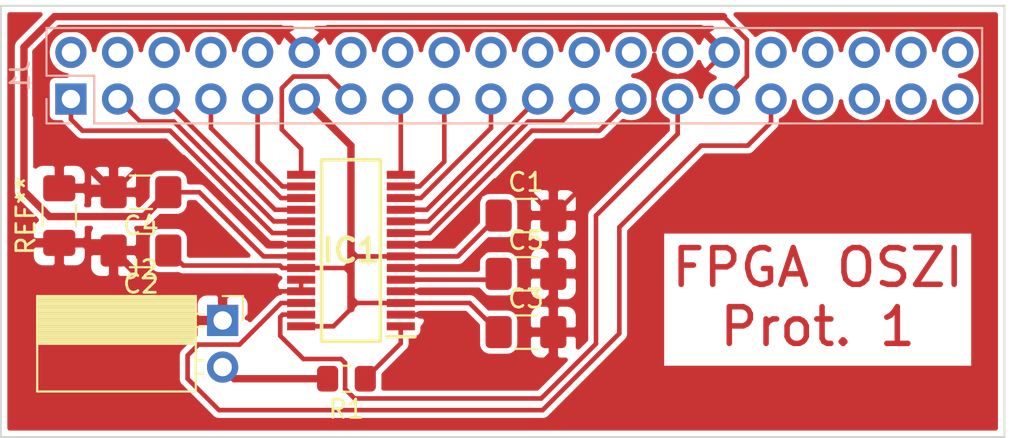
<source format=kicad_pcb>
(kicad_pcb (version 20171130) (host pcbnew "(5.1.0)-1")

  (general
    (thickness 1.6)
    (drawings 9)
    (tracks 185)
    (zones 0)
    (modules 10)
    (nets 43)
  )

  (page A4)
  (layers
    (0 F.Cu signal)
    (31 B.Cu signal)
    (32 B.Adhes user)
    (33 F.Adhes user)
    (34 B.Paste user)
    (35 F.Paste user)
    (36 B.SilkS user)
    (37 F.SilkS user)
    (38 B.Mask user)
    (39 F.Mask user)
    (40 Dwgs.User user)
    (41 Cmts.User user)
    (42 Eco1.User user)
    (43 Eco2.User user)
    (44 Edge.Cuts user)
    (45 Margin user)
    (46 B.CrtYd user)
    (47 F.CrtYd user)
    (48 B.Fab user)
    (49 F.Fab user)
  )

  (setup
    (last_trace_width 0.25)
    (trace_clearance 0.25)
    (zone_clearance 0.3)
    (zone_45_only no)
    (trace_min 0.2)
    (via_size 0.8)
    (via_drill 0.4)
    (via_min_size 0.4)
    (via_min_drill 0.3)
    (uvia_size 0.3)
    (uvia_drill 0.1)
    (uvias_allowed no)
    (uvia_min_size 0.2)
    (uvia_min_drill 0.1)
    (edge_width 0.05)
    (segment_width 0.2)
    (pcb_text_width 0.3)
    (pcb_text_size 1.5 1.5)
    (mod_edge_width 0.12)
    (mod_text_size 1 1)
    (mod_text_width 0.15)
    (pad_size 1.425 1.75)
    (pad_drill 0)
    (pad_to_mask_clearance 0.051)
    (solder_mask_min_width 0.25)
    (aux_axis_origin 0 0)
    (visible_elements FFFFFF7F)
    (pcbplotparams
      (layerselection 0x01000_7fffffff)
      (usegerberextensions false)
      (usegerberattributes false)
      (usegerberadvancedattributes false)
      (creategerberjobfile false)
      (excludeedgelayer true)
      (linewidth 0.100000)
      (plotframeref false)
      (viasonmask false)
      (mode 1)
      (useauxorigin false)
      (hpglpennumber 1)
      (hpglpenspeed 20)
      (hpglpendiameter 15.000000)
      (psnegative false)
      (psa4output false)
      (plotreference false)
      (plotvalue false)
      (plotinvisibletext false)
      (padsonsilk false)
      (subtractmaskfromsilk false)
      (outputformat 1)
      (mirror false)
      (drillshape 0)
      (scaleselection 1)
      (outputdirectory "./"))
  )

  (net 0 "")
  (net 1 +5V)
  (net 2 GND)
  (net 3 +3V3)
  (net 4 "Net-(C5-Pad1)")
  (net 5 "Net-(IC1-Pad1)")
  (net 6 D11)
  (net 7 D10)
  (net 8 D9)
  (net 9 D8)
  (net 10 D7)
  (net 11 D6)
  (net 12 D5)
  (net 13 D4)
  (net 14 D3)
  (net 15 D2)
  (net 16 D1)
  (net 17 D0)
  (net 18 CLK)
  (net 19 OF)
  (net 20 "Net-(J1-Pad2)")
  (net 21 "Net-(J1-Pad4)")
  (net 22 "Net-(J1-Pad6)")
  (net 23 "Net-(J1-Pad8)")
  (net 24 "Net-(J1-Pad10)")
  (net 25 "Net-(J1-Pad14)")
  (net 26 "Net-(J1-Pad16)")
  (net 27 "Net-(J1-Pad18)")
  (net 28 "Net-(J1-Pad20)")
  (net 29 "Net-(J1-Pad22)")
  (net 30 "Net-(J1-Pad24)")
  (net 31 "Net-(J1-Pad26)")
  (net 32 "Net-(J1-Pad28)")
  (net 33 "Net-(J1-Pad32)")
  (net 34 "Net-(J1-Pad33)")
  (net 35 "Net-(J1-Pad34)")
  (net 36 "Net-(J1-Pad35)")
  (net 37 "Net-(J1-Pad36)")
  (net 38 "Net-(J1-Pad37)")
  (net 39 "Net-(J1-Pad38)")
  (net 40 "Net-(J1-Pad39)")
  (net 41 "Net-(J1-Pad40)")
  (net 42 "Net-(J2-Pad2)")

  (net_class Default "Dies ist die voreingestellte Netzklasse."
    (clearance 0.25)
    (trace_width 0.25)
    (via_dia 0.8)
    (via_drill 0.4)
    (uvia_dia 0.3)
    (uvia_drill 0.1)
    (add_net +3V3)
    (add_net +5V)
    (add_net CLK)
    (add_net D0)
    (add_net D1)
    (add_net D10)
    (add_net D11)
    (add_net D2)
    (add_net D3)
    (add_net D4)
    (add_net D5)
    (add_net D6)
    (add_net D7)
    (add_net D8)
    (add_net D9)
    (add_net GND)
    (add_net "Net-(C5-Pad1)")
    (add_net "Net-(IC1-Pad1)")
    (add_net "Net-(J1-Pad10)")
    (add_net "Net-(J1-Pad14)")
    (add_net "Net-(J1-Pad16)")
    (add_net "Net-(J1-Pad18)")
    (add_net "Net-(J1-Pad2)")
    (add_net "Net-(J1-Pad20)")
    (add_net "Net-(J1-Pad22)")
    (add_net "Net-(J1-Pad24)")
    (add_net "Net-(J1-Pad26)")
    (add_net "Net-(J1-Pad28)")
    (add_net "Net-(J1-Pad32)")
    (add_net "Net-(J1-Pad33)")
    (add_net "Net-(J1-Pad34)")
    (add_net "Net-(J1-Pad35)")
    (add_net "Net-(J1-Pad36)")
    (add_net "Net-(J1-Pad37)")
    (add_net "Net-(J1-Pad38)")
    (add_net "Net-(J1-Pad39)")
    (add_net "Net-(J1-Pad4)")
    (add_net "Net-(J1-Pad40)")
    (add_net "Net-(J1-Pad6)")
    (add_net "Net-(J1-Pad8)")
    (add_net "Net-(J2-Pad2)")
    (add_net OF)
  )

  (module Resistor_SMD:R_1206_3216Metric_Pad1.42x1.75mm_HandSolder (layer F.Cu) (tedit 604A2214) (tstamp 604A83B5)
    (at 130.175 57.15 90)
    (descr "Resistor SMD 1206 (3216 Metric), square (rectangular) end terminal, IPC_7351 nominal with elongated pad for handsoldering. (Body size source: http://www.tortai-tech.com/upload/download/2011102023233369053.pdf), generated with kicad-footprint-generator")
    (tags "resistor handsolder")
    (attr smd)
    (fp_text reference REF** (at 0 -1.82 90) (layer F.SilkS)
      (effects (font (size 1 1) (thickness 0.15)))
    )
    (fp_text value 0Ohm (at 0 1.82 90) (layer F.Fab)
      (effects (font (size 1 1) (thickness 0.15)))
    )
    (fp_text user %R (at 0 0 90) (layer F.Fab)
      (effects (font (size 0.8 0.8) (thickness 0.12)))
    )
    (fp_line (start 2.45 1.12) (end -2.45 1.12) (layer F.CrtYd) (width 0.05))
    (fp_line (start 2.45 -1.12) (end 2.45 1.12) (layer F.CrtYd) (width 0.05))
    (fp_line (start -2.45 -1.12) (end 2.45 -1.12) (layer F.CrtYd) (width 0.05))
    (fp_line (start -2.45 1.12) (end -2.45 -1.12) (layer F.CrtYd) (width 0.05))
    (fp_line (start -0.602064 0.91) (end 0.602064 0.91) (layer F.SilkS) (width 0.12))
    (fp_line (start -0.602064 -0.91) (end 0.602064 -0.91) (layer F.SilkS) (width 0.12))
    (fp_line (start 1.6 0.8) (end -1.6 0.8) (layer F.Fab) (width 0.1))
    (fp_line (start 1.6 -0.8) (end 1.6 0.8) (layer F.Fab) (width 0.1))
    (fp_line (start -1.6 -0.8) (end 1.6 -0.8) (layer F.Fab) (width 0.1))
    (fp_line (start -1.6 0.8) (end -1.6 -0.8) (layer F.Fab) (width 0.1))
    (pad 2 smd roundrect (at 1.4875 0 90) (size 1.425 1.75) (layers F.Cu F.Paste F.Mask) (roundrect_rratio 0.175)
      (net 2 GND))
    (pad 1 smd roundrect (at -1.4875 0 90) (size 1.425 1.75) (layers F.Cu F.Paste F.Mask) (roundrect_rratio 0.175)
      (net 2 GND))
    (model ${KISYS3DMOD}/Resistor_SMD.3dshapes/R_1206_3216Metric.wrl
      (at (xyz 0 0 0))
      (scale (xyz 1 1 1))
      (rotate (xyz 0 0 0))
    )
  )

  (module Capacitor_SMD:C_1206_3216Metric_Pad1.42x1.75mm_HandSolder (layer F.Cu) (tedit 5B301BBE) (tstamp 604A6584)
    (at 155.575 57.15)
    (descr "Capacitor SMD 1206 (3216 Metric), square (rectangular) end terminal, IPC_7351 nominal with elongated pad for handsoldering. (Body size source: http://www.tortai-tech.com/upload/download/2011102023233369053.pdf), generated with kicad-footprint-generator")
    (tags "capacitor handsolder")
    (path /604A47B5)
    (attr smd)
    (fp_text reference C1 (at 0 -1.82) (layer F.SilkS)
      (effects (font (size 1 1) (thickness 0.15)))
    )
    (fp_text value 1uF (at 0 1.82) (layer F.Fab)
      (effects (font (size 1 1) (thickness 0.15)))
    )
    (fp_line (start -1.6 0.8) (end -1.6 -0.8) (layer F.Fab) (width 0.1))
    (fp_line (start -1.6 -0.8) (end 1.6 -0.8) (layer F.Fab) (width 0.1))
    (fp_line (start 1.6 -0.8) (end 1.6 0.8) (layer F.Fab) (width 0.1))
    (fp_line (start 1.6 0.8) (end -1.6 0.8) (layer F.Fab) (width 0.1))
    (fp_line (start -0.602064 -0.91) (end 0.602064 -0.91) (layer F.SilkS) (width 0.12))
    (fp_line (start -0.602064 0.91) (end 0.602064 0.91) (layer F.SilkS) (width 0.12))
    (fp_line (start -2.45 1.12) (end -2.45 -1.12) (layer F.CrtYd) (width 0.05))
    (fp_line (start -2.45 -1.12) (end 2.45 -1.12) (layer F.CrtYd) (width 0.05))
    (fp_line (start 2.45 -1.12) (end 2.45 1.12) (layer F.CrtYd) (width 0.05))
    (fp_line (start 2.45 1.12) (end -2.45 1.12) (layer F.CrtYd) (width 0.05))
    (fp_text user %R (at 0 0) (layer F.Fab)
      (effects (font (size 0.8 0.8) (thickness 0.12)))
    )
    (pad 1 smd roundrect (at -1.4875 0) (size 1.425 1.75) (layers F.Cu F.Paste F.Mask) (roundrect_rratio 0.175439)
      (net 1 +5V))
    (pad 2 smd roundrect (at 1.4875 0) (size 1.425 1.75) (layers F.Cu F.Paste F.Mask) (roundrect_rratio 0.175439)
      (net 2 GND))
    (model ${KISYS3DMOD}/Capacitor_SMD.3dshapes/C_1206_3216Metric.wrl
      (at (xyz 0 0 0))
      (scale (xyz 1 1 1))
      (rotate (xyz 0 0 0))
    )
  )

  (module Capacitor_SMD:C_1206_3216Metric_Pad1.42x1.75mm_HandSolder (layer F.Cu) (tedit 5B301BBE) (tstamp 604A6595)
    (at 134.62 59.055 180)
    (descr "Capacitor SMD 1206 (3216 Metric), square (rectangular) end terminal, IPC_7351 nominal with elongated pad for handsoldering. (Body size source: http://www.tortai-tech.com/upload/download/2011102023233369053.pdf), generated with kicad-footprint-generator")
    (tags "capacitor handsolder")
    (path /604A387E)
    (attr smd)
    (fp_text reference C2 (at 0 -1.82 180) (layer F.SilkS)
      (effects (font (size 1 1) (thickness 0.15)))
    )
    (fp_text value 1uF (at 0 1.82 180) (layer F.Fab)
      (effects (font (size 1 1) (thickness 0.15)))
    )
    (fp_line (start -1.6 0.8) (end -1.6 -0.8) (layer F.Fab) (width 0.1))
    (fp_line (start -1.6 -0.8) (end 1.6 -0.8) (layer F.Fab) (width 0.1))
    (fp_line (start 1.6 -0.8) (end 1.6 0.8) (layer F.Fab) (width 0.1))
    (fp_line (start 1.6 0.8) (end -1.6 0.8) (layer F.Fab) (width 0.1))
    (fp_line (start -0.602064 -0.91) (end 0.602064 -0.91) (layer F.SilkS) (width 0.12))
    (fp_line (start -0.602064 0.91) (end 0.602064 0.91) (layer F.SilkS) (width 0.12))
    (fp_line (start -2.45 1.12) (end -2.45 -1.12) (layer F.CrtYd) (width 0.05))
    (fp_line (start -2.45 -1.12) (end 2.45 -1.12) (layer F.CrtYd) (width 0.05))
    (fp_line (start 2.45 -1.12) (end 2.45 1.12) (layer F.CrtYd) (width 0.05))
    (fp_line (start 2.45 1.12) (end -2.45 1.12) (layer F.CrtYd) (width 0.05))
    (fp_text user %R (at 0 0 180) (layer F.Fab)
      (effects (font (size 0.8 0.8) (thickness 0.12)))
    )
    (pad 1 smd roundrect (at -1.4875 0 180) (size 1.425 1.75) (layers F.Cu F.Paste F.Mask) (roundrect_rratio 0.175439)
      (net 1 +5V))
    (pad 2 smd roundrect (at 1.4875 0 180) (size 1.425 1.75) (layers F.Cu F.Paste F.Mask) (roundrect_rratio 0.175439)
      (net 2 GND))
    (model ${KISYS3DMOD}/Capacitor_SMD.3dshapes/C_1206_3216Metric.wrl
      (at (xyz 0 0 0))
      (scale (xyz 1 1 1))
      (rotate (xyz 0 0 0))
    )
  )

  (module Capacitor_SMD:C_1206_3216Metric_Pad1.42x1.75mm_HandSolder (layer F.Cu) (tedit 5B301BBE) (tstamp 604A65A6)
    (at 155.575 63.5)
    (descr "Capacitor SMD 1206 (3216 Metric), square (rectangular) end terminal, IPC_7351 nominal with elongated pad for handsoldering. (Body size source: http://www.tortai-tech.com/upload/download/2011102023233369053.pdf), generated with kicad-footprint-generator")
    (tags "capacitor handsolder")
    (path /604A41B4)
    (attr smd)
    (fp_text reference C3 (at 0 -1.82) (layer F.SilkS)
      (effects (font (size 1 1) (thickness 0.15)))
    )
    (fp_text value 1uF (at 0 1.82) (layer F.Fab)
      (effects (font (size 1 1) (thickness 0.15)))
    )
    (fp_text user %R (at 0 0) (layer F.Fab)
      (effects (font (size 0.8 0.8) (thickness 0.12)))
    )
    (fp_line (start 2.45 1.12) (end -2.45 1.12) (layer F.CrtYd) (width 0.05))
    (fp_line (start 2.45 -1.12) (end 2.45 1.12) (layer F.CrtYd) (width 0.05))
    (fp_line (start -2.45 -1.12) (end 2.45 -1.12) (layer F.CrtYd) (width 0.05))
    (fp_line (start -2.45 1.12) (end -2.45 -1.12) (layer F.CrtYd) (width 0.05))
    (fp_line (start -0.602064 0.91) (end 0.602064 0.91) (layer F.SilkS) (width 0.12))
    (fp_line (start -0.602064 -0.91) (end 0.602064 -0.91) (layer F.SilkS) (width 0.12))
    (fp_line (start 1.6 0.8) (end -1.6 0.8) (layer F.Fab) (width 0.1))
    (fp_line (start 1.6 -0.8) (end 1.6 0.8) (layer F.Fab) (width 0.1))
    (fp_line (start -1.6 -0.8) (end 1.6 -0.8) (layer F.Fab) (width 0.1))
    (fp_line (start -1.6 0.8) (end -1.6 -0.8) (layer F.Fab) (width 0.1))
    (pad 2 smd roundrect (at 1.4875 0) (size 1.425 1.75) (layers F.Cu F.Paste F.Mask) (roundrect_rratio 0.175439)
      (net 2 GND))
    (pad 1 smd roundrect (at -1.4875 0) (size 1.425 1.75) (layers F.Cu F.Paste F.Mask) (roundrect_rratio 0.175439)
      (net 1 +5V))
    (model ${KISYS3DMOD}/Capacitor_SMD.3dshapes/C_1206_3216Metric.wrl
      (at (xyz 0 0 0))
      (scale (xyz 1 1 1))
      (rotate (xyz 0 0 0))
    )
  )

  (module Capacitor_SMD:C_1206_3216Metric_Pad1.42x1.75mm_HandSolder (layer F.Cu) (tedit 5B301BBE) (tstamp 604A65B7)
    (at 134.62 55.88 180)
    (descr "Capacitor SMD 1206 (3216 Metric), square (rectangular) end terminal, IPC_7351 nominal with elongated pad for handsoldering. (Body size source: http://www.tortai-tech.com/upload/download/2011102023233369053.pdf), generated with kicad-footprint-generator")
    (tags "capacitor handsolder")
    (path /604AF94A)
    (attr smd)
    (fp_text reference C4 (at 0 -1.82 180) (layer F.SilkS)
      (effects (font (size 1 1) (thickness 0.15)))
    )
    (fp_text value 1uF (at 0 1.82 180) (layer F.Fab)
      (effects (font (size 1 1) (thickness 0.15)))
    )
    (fp_text user %R (at 0 0 180) (layer F.Fab)
      (effects (font (size 0.8 0.8) (thickness 0.12)))
    )
    (fp_line (start 2.45 1.12) (end -2.45 1.12) (layer F.CrtYd) (width 0.05))
    (fp_line (start 2.45 -1.12) (end 2.45 1.12) (layer F.CrtYd) (width 0.05))
    (fp_line (start -2.45 -1.12) (end 2.45 -1.12) (layer F.CrtYd) (width 0.05))
    (fp_line (start -2.45 1.12) (end -2.45 -1.12) (layer F.CrtYd) (width 0.05))
    (fp_line (start -0.602064 0.91) (end 0.602064 0.91) (layer F.SilkS) (width 0.12))
    (fp_line (start -0.602064 -0.91) (end 0.602064 -0.91) (layer F.SilkS) (width 0.12))
    (fp_line (start 1.6 0.8) (end -1.6 0.8) (layer F.Fab) (width 0.1))
    (fp_line (start 1.6 -0.8) (end 1.6 0.8) (layer F.Fab) (width 0.1))
    (fp_line (start -1.6 -0.8) (end 1.6 -0.8) (layer F.Fab) (width 0.1))
    (fp_line (start -1.6 0.8) (end -1.6 -0.8) (layer F.Fab) (width 0.1))
    (pad 2 smd roundrect (at 1.4875 0 180) (size 1.425 1.75) (layers F.Cu F.Paste F.Mask) (roundrect_rratio 0.175439)
      (net 2 GND))
    (pad 1 smd roundrect (at -1.4875 0 180) (size 1.425 1.75) (layers F.Cu F.Paste F.Mask) (roundrect_rratio 0.175439)
      (net 3 +3V3))
    (model ${KISYS3DMOD}/Capacitor_SMD.3dshapes/C_1206_3216Metric.wrl
      (at (xyz 0 0 0))
      (scale (xyz 1 1 1))
      (rotate (xyz 0 0 0))
    )
  )

  (module Capacitor_SMD:C_1206_3216Metric_Pad1.42x1.75mm_HandSolder (layer F.Cu) (tedit 5B301BBE) (tstamp 604A65C8)
    (at 155.575 60.325)
    (descr "Capacitor SMD 1206 (3216 Metric), square (rectangular) end terminal, IPC_7351 nominal with elongated pad for handsoldering. (Body size source: http://www.tortai-tech.com/upload/download/2011102023233369053.pdf), generated with kicad-footprint-generator")
    (tags "capacitor handsolder")
    (path /604BE33A)
    (attr smd)
    (fp_text reference C5 (at 0 -1.82) (layer F.SilkS)
      (effects (font (size 1 1) (thickness 0.15)))
    )
    (fp_text value 1uF (at 0 1.82) (layer F.Fab)
      (effects (font (size 1 1) (thickness 0.15)))
    )
    (fp_line (start -1.6 0.8) (end -1.6 -0.8) (layer F.Fab) (width 0.1))
    (fp_line (start -1.6 -0.8) (end 1.6 -0.8) (layer F.Fab) (width 0.1))
    (fp_line (start 1.6 -0.8) (end 1.6 0.8) (layer F.Fab) (width 0.1))
    (fp_line (start 1.6 0.8) (end -1.6 0.8) (layer F.Fab) (width 0.1))
    (fp_line (start -0.602064 -0.91) (end 0.602064 -0.91) (layer F.SilkS) (width 0.12))
    (fp_line (start -0.602064 0.91) (end 0.602064 0.91) (layer F.SilkS) (width 0.12))
    (fp_line (start -2.45 1.12) (end -2.45 -1.12) (layer F.CrtYd) (width 0.05))
    (fp_line (start -2.45 -1.12) (end 2.45 -1.12) (layer F.CrtYd) (width 0.05))
    (fp_line (start 2.45 -1.12) (end 2.45 1.12) (layer F.CrtYd) (width 0.05))
    (fp_line (start 2.45 1.12) (end -2.45 1.12) (layer F.CrtYd) (width 0.05))
    (fp_text user %R (at 0 0) (layer F.Fab)
      (effects (font (size 0.8 0.8) (thickness 0.12)))
    )
    (pad 1 smd roundrect (at -1.4875 0) (size 1.425 1.75) (layers F.Cu F.Paste F.Mask) (roundrect_rratio 0.175439)
      (net 4 "Net-(C5-Pad1)"))
    (pad 2 smd roundrect (at 1.4875 0) (size 1.425 1.75) (layers F.Cu F.Paste F.Mask) (roundrect_rratio 0.175439)
      (net 2 GND))
    (model ${KISYS3DMOD}/Capacitor_SMD.3dshapes/C_1206_3216Metric.wrl
      (at (xyz 0 0 0))
      (scale (xyz 1 1 1))
      (rotate (xyz 0 0 0))
    )
  )

  (module SamacSys_Parts:SOP64P601X175-28N (layer F.Cu) (tedit 0) (tstamp 604A65F7)
    (at 146.05 59.055 180)
    (descr "GN (28-Lead SSOP)")
    (tags "Integrated Circuit")
    (path /604A0201)
    (attr smd)
    (fp_text reference IC1 (at 0 0 180) (layer F.SilkS)
      (effects (font (size 1.27 1.27) (thickness 0.254)))
    )
    (fp_text value LTC1420CGN#PBF (at 0 0 180) (layer F.SilkS) hide
      (effects (font (size 1.27 1.27) (thickness 0.254)))
    )
    (fp_text user %R (at 0 0 180) (layer F.Fab)
      (effects (font (size 1.27 1.27) (thickness 0.254)))
    )
    (fp_line (start -3.725 -5.241) (end 3.725 -5.241) (layer F.CrtYd) (width 0.05))
    (fp_line (start 3.725 -5.241) (end 3.725 5.241) (layer F.CrtYd) (width 0.05))
    (fp_line (start 3.725 5.241) (end -3.725 5.241) (layer F.CrtYd) (width 0.05))
    (fp_line (start -3.725 5.241) (end -3.725 -5.241) (layer F.CrtYd) (width 0.05))
    (fp_line (start -1.95 -4.946) (end 1.95 -4.946) (layer F.Fab) (width 0.1))
    (fp_line (start 1.95 -4.946) (end 1.95 4.946) (layer F.Fab) (width 0.1))
    (fp_line (start 1.95 4.946) (end -1.95 4.946) (layer F.Fab) (width 0.1))
    (fp_line (start -1.95 4.946) (end -1.95 -4.946) (layer F.Fab) (width 0.1))
    (fp_line (start -1.95 -4.312) (end -1.314 -4.946) (layer F.Fab) (width 0.1))
    (fp_line (start -1.6 -4.946) (end 1.6 -4.946) (layer F.SilkS) (width 0.2))
    (fp_line (start 1.6 -4.946) (end 1.6 4.946) (layer F.SilkS) (width 0.2))
    (fp_line (start 1.6 4.946) (end -1.6 4.946) (layer F.SilkS) (width 0.2))
    (fp_line (start -1.6 4.946) (end -1.6 -4.946) (layer F.SilkS) (width 0.2))
    (fp_line (start -3.475 -4.695) (end -1.95 -4.695) (layer F.SilkS) (width 0.2))
    (pad 1 smd rect (at -2.712 -4.128 270) (size 0.435 1.526) (layers F.Cu F.Paste F.Mask)
      (net 5 "Net-(IC1-Pad1)"))
    (pad 2 smd rect (at -2.712 -3.492 270) (size 0.435 1.526) (layers F.Cu F.Paste F.Mask)
      (net 2 GND))
    (pad 3 smd rect (at -2.712 -2.858 270) (size 0.435 1.526) (layers F.Cu F.Paste F.Mask)
      (net 1 +5V))
    (pad 4 smd rect (at -2.712 -2.222 270) (size 0.435 1.526) (layers F.Cu F.Paste F.Mask)
      (net 2 GND))
    (pad 5 smd rect (at -2.712 -1.588 270) (size 0.435 1.526) (layers F.Cu F.Paste F.Mask)
      (net 4 "Net-(C5-Pad1)"))
    (pad 6 smd rect (at -2.712 -0.952 270) (size 0.435 1.526) (layers F.Cu F.Paste F.Mask)
      (net 2 GND))
    (pad 7 smd rect (at -2.712 -0.318 270) (size 0.435 1.526) (layers F.Cu F.Paste F.Mask)
      (net 1 +5V))
    (pad 8 smd rect (at -2.712 0.318 270) (size 0.435 1.526) (layers F.Cu F.Paste F.Mask)
      (net 2 GND))
    (pad 9 smd rect (at -2.712 0.952 270) (size 0.435 1.526) (layers F.Cu F.Paste F.Mask)
      (net 6 D11))
    (pad 10 smd rect (at -2.712 1.588 270) (size 0.435 1.526) (layers F.Cu F.Paste F.Mask)
      (net 7 D10))
    (pad 11 smd rect (at -2.712 2.222 270) (size 0.435 1.526) (layers F.Cu F.Paste F.Mask)
      (net 8 D9))
    (pad 12 smd rect (at -2.712 2.858 270) (size 0.435 1.526) (layers F.Cu F.Paste F.Mask)
      (net 9 D8))
    (pad 13 smd rect (at -2.712 3.492 270) (size 0.435 1.526) (layers F.Cu F.Paste F.Mask)
      (net 10 D7))
    (pad 14 smd rect (at -2.712 4.128 270) (size 0.435 1.526) (layers F.Cu F.Paste F.Mask)
      (net 11 D6))
    (pad 15 smd rect (at 2.712 4.128 270) (size 0.435 1.526) (layers F.Cu F.Paste F.Mask)
      (net 12 D5))
    (pad 16 smd rect (at 2.712 3.492 270) (size 0.435 1.526) (layers F.Cu F.Paste F.Mask)
      (net 13 D4))
    (pad 17 smd rect (at 2.712 2.858 270) (size 0.435 1.526) (layers F.Cu F.Paste F.Mask)
      (net 14 D3))
    (pad 18 smd rect (at 2.712 2.222 270) (size 0.435 1.526) (layers F.Cu F.Paste F.Mask)
      (net 15 D2))
    (pad 19 smd rect (at 2.712 1.588 270) (size 0.435 1.526) (layers F.Cu F.Paste F.Mask)
      (net 16 D1))
    (pad 20 smd rect (at 2.712 0.952 270) (size 0.435 1.526) (layers F.Cu F.Paste F.Mask)
      (net 17 D0))
    (pad 21 smd rect (at 2.712 0.318 270) (size 0.435 1.526) (layers F.Cu F.Paste F.Mask)
      (net 2 GND))
    (pad 22 smd rect (at 2.712 -0.318 270) (size 0.435 1.526) (layers F.Cu F.Paste F.Mask)
      (net 3 +3V3))
    (pad 23 smd rect (at 2.712 -0.952 270) (size 0.435 1.526) (layers F.Cu F.Paste F.Mask)
      (net 1 +5V))
    (pad 24 smd rect (at 2.712 -1.588 270) (size 0.435 1.526) (layers F.Cu F.Paste F.Mask)
      (net 2 GND))
    (pad 25 smd rect (at 2.712 -2.222 270) (size 0.435 1.526) (layers F.Cu F.Paste F.Mask)
      (net 2 GND))
    (pad 26 smd rect (at 2.712 -2.858 270) (size 0.435 1.526) (layers F.Cu F.Paste F.Mask)
      (net 18 CLK))
    (pad 27 smd rect (at 2.712 -3.492 270) (size 0.435 1.526) (layers F.Cu F.Paste F.Mask)
      (net 19 OF))
    (pad 28 smd rect (at 2.712 -4.128 270) (size 0.435 1.526) (layers F.Cu F.Paste F.Mask)
      (net 1 +5V))
    (model D:\Programme_Windows\KiCad\share\kicad\SamacSys\SamacSys_Parts.3dshapes\LTC1420CGN#PBF.stp
      (at (xyz 0 0 0))
      (scale (xyz 1 1 1))
      (rotate (xyz 0 0 0))
    )
  )

  (module Connector_PinSocket_2.54mm:PinSocket_2x20_P2.54mm_Vertical (layer B.Cu) (tedit 5A19A433) (tstamp 604A6635)
    (at 130.81 50.8 270)
    (descr "Through hole straight socket strip, 2x20, 2.54mm pitch, double cols (from Kicad 4.0.7), script generated")
    (tags "Through hole socket strip THT 2x20 2.54mm double row")
    (path /604A458E)
    (fp_text reference J1 (at -1.27 2.77 270) (layer B.SilkS)
      (effects (font (size 1 1) (thickness 0.15)) (justify mirror))
    )
    (fp_text value FPGA_GPIO (at -1.27 -51.03 270) (layer B.Fab)
      (effects (font (size 1 1) (thickness 0.15)) (justify mirror))
    )
    (fp_line (start -3.81 1.27) (end 0.27 1.27) (layer B.Fab) (width 0.1))
    (fp_line (start 0.27 1.27) (end 1.27 0.27) (layer B.Fab) (width 0.1))
    (fp_line (start 1.27 0.27) (end 1.27 -49.53) (layer B.Fab) (width 0.1))
    (fp_line (start 1.27 -49.53) (end -3.81 -49.53) (layer B.Fab) (width 0.1))
    (fp_line (start -3.81 -49.53) (end -3.81 1.27) (layer B.Fab) (width 0.1))
    (fp_line (start -3.87 1.33) (end -1.27 1.33) (layer B.SilkS) (width 0.12))
    (fp_line (start -3.87 1.33) (end -3.87 -49.59) (layer B.SilkS) (width 0.12))
    (fp_line (start -3.87 -49.59) (end 1.33 -49.59) (layer B.SilkS) (width 0.12))
    (fp_line (start 1.33 -1.27) (end 1.33 -49.59) (layer B.SilkS) (width 0.12))
    (fp_line (start -1.27 -1.27) (end 1.33 -1.27) (layer B.SilkS) (width 0.12))
    (fp_line (start -1.27 1.33) (end -1.27 -1.27) (layer B.SilkS) (width 0.12))
    (fp_line (start 1.33 1.33) (end 1.33 0) (layer B.SilkS) (width 0.12))
    (fp_line (start 0 1.33) (end 1.33 1.33) (layer B.SilkS) (width 0.12))
    (fp_line (start -4.34 1.8) (end 1.76 1.8) (layer B.CrtYd) (width 0.05))
    (fp_line (start 1.76 1.8) (end 1.76 -50) (layer B.CrtYd) (width 0.05))
    (fp_line (start 1.76 -50) (end -4.34 -50) (layer B.CrtYd) (width 0.05))
    (fp_line (start -4.34 -50) (end -4.34 1.8) (layer B.CrtYd) (width 0.05))
    (fp_text user %R (at -1.27 -24.13 180) (layer B.Fab)
      (effects (font (size 1 1) (thickness 0.15)) (justify mirror))
    )
    (pad 1 thru_hole rect (at 0 0 270) (size 1.7 1.7) (drill 1) (layers *.Cu *.Mask)
      (net 17 D0))
    (pad 2 thru_hole oval (at -2.54 0 270) (size 1.7 1.7) (drill 1) (layers *.Cu *.Mask)
      (net 20 "Net-(J1-Pad2)"))
    (pad 3 thru_hole oval (at 0 -2.54 270) (size 1.7 1.7) (drill 1) (layers *.Cu *.Mask)
      (net 16 D1))
    (pad 4 thru_hole oval (at -2.54 -2.54 270) (size 1.7 1.7) (drill 1) (layers *.Cu *.Mask)
      (net 21 "Net-(J1-Pad4)"))
    (pad 5 thru_hole oval (at 0 -5.08 270) (size 1.7 1.7) (drill 1) (layers *.Cu *.Mask)
      (net 15 D2))
    (pad 6 thru_hole oval (at -2.54 -5.08 270) (size 1.7 1.7) (drill 1) (layers *.Cu *.Mask)
      (net 22 "Net-(J1-Pad6)"))
    (pad 7 thru_hole oval (at 0 -7.62 270) (size 1.7 1.7) (drill 1) (layers *.Cu *.Mask)
      (net 14 D3))
    (pad 8 thru_hole oval (at -2.54 -7.62 270) (size 1.7 1.7) (drill 1) (layers *.Cu *.Mask)
      (net 23 "Net-(J1-Pad8)"))
    (pad 9 thru_hole oval (at 0 -10.16 270) (size 1.7 1.7) (drill 1) (layers *.Cu *.Mask)
      (net 13 D4))
    (pad 10 thru_hole oval (at -2.54 -10.16 270) (size 1.7 1.7) (drill 1) (layers *.Cu *.Mask)
      (net 24 "Net-(J1-Pad10)"))
    (pad 11 thru_hole oval (at 0 -12.7 270) (size 1.7 1.7) (drill 1) (layers *.Cu *.Mask)
      (net 1 +5V))
    (pad 12 thru_hole oval (at -2.54 -12.7 270) (size 1.7 1.7) (drill 1) (layers *.Cu *.Mask)
      (net 2 GND))
    (pad 13 thru_hole oval (at 0 -15.24 270) (size 1.7 1.7) (drill 1) (layers *.Cu *.Mask)
      (net 12 D5))
    (pad 14 thru_hole oval (at -2.54 -15.24 270) (size 1.7 1.7) (drill 1) (layers *.Cu *.Mask)
      (net 25 "Net-(J1-Pad14)"))
    (pad 15 thru_hole oval (at 0 -17.78 270) (size 1.7 1.7) (drill 1) (layers *.Cu *.Mask)
      (net 11 D6))
    (pad 16 thru_hole oval (at -2.54 -17.78 270) (size 1.7 1.7) (drill 1) (layers *.Cu *.Mask)
      (net 26 "Net-(J1-Pad16)"))
    (pad 17 thru_hole oval (at 0 -20.32 270) (size 1.7 1.7) (drill 1) (layers *.Cu *.Mask)
      (net 10 D7))
    (pad 18 thru_hole oval (at -2.54 -20.32 270) (size 1.7 1.7) (drill 1) (layers *.Cu *.Mask)
      (net 27 "Net-(J1-Pad18)"))
    (pad 19 thru_hole oval (at 0 -22.86 270) (size 1.7 1.7) (drill 1) (layers *.Cu *.Mask)
      (net 9 D8))
    (pad 20 thru_hole oval (at -2.54 -22.86 270) (size 1.7 1.7) (drill 1) (layers *.Cu *.Mask)
      (net 28 "Net-(J1-Pad20)"))
    (pad 21 thru_hole oval (at 0 -25.4 270) (size 1.7 1.7) (drill 1) (layers *.Cu *.Mask)
      (net 8 D9))
    (pad 22 thru_hole oval (at -2.54 -25.4 270) (size 1.7 1.7) (drill 1) (layers *.Cu *.Mask)
      (net 29 "Net-(J1-Pad22)"))
    (pad 23 thru_hole oval (at 0 -27.94 270) (size 1.7 1.7) (drill 1) (layers *.Cu *.Mask)
      (net 7 D10))
    (pad 24 thru_hole oval (at -2.54 -27.94 270) (size 1.7 1.7) (drill 1) (layers *.Cu *.Mask)
      (net 30 "Net-(J1-Pad24)"))
    (pad 25 thru_hole oval (at 0 -30.48 270) (size 1.7 1.7) (drill 1) (layers *.Cu *.Mask)
      (net 6 D11))
    (pad 26 thru_hole oval (at -2.54 -30.48 270) (size 1.7 1.7) (drill 1) (layers *.Cu *.Mask)
      (net 31 "Net-(J1-Pad26)"))
    (pad 27 thru_hole oval (at 0 -33.02 270) (size 1.7 1.7) (drill 1) (layers *.Cu *.Mask)
      (net 19 OF))
    (pad 28 thru_hole oval (at -2.54 -33.02 270) (size 1.7 1.7) (drill 1) (layers *.Cu *.Mask)
      (net 32 "Net-(J1-Pad28)"))
    (pad 29 thru_hole oval (at 0 -35.56 270) (size 1.7 1.7) (drill 1) (layers *.Cu *.Mask)
      (net 3 +3V3))
    (pad 30 thru_hole oval (at -2.54 -35.56 270) (size 1.7 1.7) (drill 1) (layers *.Cu *.Mask)
      (net 2 GND))
    (pad 31 thru_hole oval (at 0 -38.1 270) (size 1.7 1.7) (drill 1) (layers *.Cu *.Mask)
      (net 18 CLK))
    (pad 32 thru_hole oval (at -2.54 -38.1 270) (size 1.7 1.7) (drill 1) (layers *.Cu *.Mask)
      (net 33 "Net-(J1-Pad32)"))
    (pad 33 thru_hole oval (at 0 -40.64 270) (size 1.7 1.7) (drill 1) (layers *.Cu *.Mask)
      (net 34 "Net-(J1-Pad33)"))
    (pad 34 thru_hole oval (at -2.54 -40.64 270) (size 1.7 1.7) (drill 1) (layers *.Cu *.Mask)
      (net 35 "Net-(J1-Pad34)"))
    (pad 35 thru_hole oval (at 0 -43.18 270) (size 1.7 1.7) (drill 1) (layers *.Cu *.Mask)
      (net 36 "Net-(J1-Pad35)"))
    (pad 36 thru_hole oval (at -2.54 -43.18 270) (size 1.7 1.7) (drill 1) (layers *.Cu *.Mask)
      (net 37 "Net-(J1-Pad36)"))
    (pad 37 thru_hole oval (at 0 -45.72 270) (size 1.7 1.7) (drill 1) (layers *.Cu *.Mask)
      (net 38 "Net-(J1-Pad37)"))
    (pad 38 thru_hole oval (at -2.54 -45.72 270) (size 1.7 1.7) (drill 1) (layers *.Cu *.Mask)
      (net 39 "Net-(J1-Pad38)"))
    (pad 39 thru_hole oval (at 0 -48.26 270) (size 1.7 1.7) (drill 1) (layers *.Cu *.Mask)
      (net 40 "Net-(J1-Pad39)"))
    (pad 40 thru_hole oval (at -2.54 -48.26 270) (size 1.7 1.7) (drill 1) (layers *.Cu *.Mask)
      (net 41 "Net-(J1-Pad40)"))
    (model ${KISYS3DMOD}/Connector_PinSocket_2.54mm.3dshapes/PinSocket_2x20_P2.54mm_Vertical.wrl
      (at (xyz 0 0 0))
      (scale (xyz 1 1 1))
      (rotate (xyz 0 0 0))
    )
  )

  (module Connector_PinSocket_2.54mm:PinSocket_1x02_P2.54mm_Horizontal (layer F.Cu) (tedit 5A19A41B) (tstamp 604A666B)
    (at 139.065 62.865)
    (descr "Through hole angled socket strip, 1x02, 2.54mm pitch, 8.51mm socket length, single row (from Kicad 4.0.7), script generated")
    (tags "Through hole angled socket strip THT 1x02 2.54mm single row")
    (path /604C527E)
    (fp_text reference J2 (at -4.38 -2.77) (layer F.SilkS)
      (effects (font (size 1 1) (thickness 0.15)))
    )
    (fp_text value input (at -4.38 5.31) (layer F.Fab)
      (effects (font (size 1 1) (thickness 0.15)))
    )
    (fp_line (start -10.03 -1.27) (end -2.49 -1.27) (layer F.Fab) (width 0.1))
    (fp_line (start -2.49 -1.27) (end -1.52 -0.3) (layer F.Fab) (width 0.1))
    (fp_line (start -1.52 -0.3) (end -1.52 3.81) (layer F.Fab) (width 0.1))
    (fp_line (start -1.52 3.81) (end -10.03 3.81) (layer F.Fab) (width 0.1))
    (fp_line (start -10.03 3.81) (end -10.03 -1.27) (layer F.Fab) (width 0.1))
    (fp_line (start 0 -0.3) (end -1.52 -0.3) (layer F.Fab) (width 0.1))
    (fp_line (start -1.52 0.3) (end 0 0.3) (layer F.Fab) (width 0.1))
    (fp_line (start 0 0.3) (end 0 -0.3) (layer F.Fab) (width 0.1))
    (fp_line (start 0 2.24) (end -1.52 2.24) (layer F.Fab) (width 0.1))
    (fp_line (start -1.52 2.84) (end 0 2.84) (layer F.Fab) (width 0.1))
    (fp_line (start 0 2.84) (end 0 2.24) (layer F.Fab) (width 0.1))
    (fp_line (start -10.09 -1.21) (end -1.46 -1.21) (layer F.SilkS) (width 0.12))
    (fp_line (start -10.09 -1.091905) (end -1.46 -1.091905) (layer F.SilkS) (width 0.12))
    (fp_line (start -10.09 -0.97381) (end -1.46 -0.97381) (layer F.SilkS) (width 0.12))
    (fp_line (start -10.09 -0.855715) (end -1.46 -0.855715) (layer F.SilkS) (width 0.12))
    (fp_line (start -10.09 -0.73762) (end -1.46 -0.73762) (layer F.SilkS) (width 0.12))
    (fp_line (start -10.09 -0.619525) (end -1.46 -0.619525) (layer F.SilkS) (width 0.12))
    (fp_line (start -10.09 -0.50143) (end -1.46 -0.50143) (layer F.SilkS) (width 0.12))
    (fp_line (start -10.09 -0.383335) (end -1.46 -0.383335) (layer F.SilkS) (width 0.12))
    (fp_line (start -10.09 -0.26524) (end -1.46 -0.26524) (layer F.SilkS) (width 0.12))
    (fp_line (start -10.09 -0.147145) (end -1.46 -0.147145) (layer F.SilkS) (width 0.12))
    (fp_line (start -10.09 -0.02905) (end -1.46 -0.02905) (layer F.SilkS) (width 0.12))
    (fp_line (start -10.09 0.089045) (end -1.46 0.089045) (layer F.SilkS) (width 0.12))
    (fp_line (start -10.09 0.20714) (end -1.46 0.20714) (layer F.SilkS) (width 0.12))
    (fp_line (start -10.09 0.325235) (end -1.46 0.325235) (layer F.SilkS) (width 0.12))
    (fp_line (start -10.09 0.44333) (end -1.46 0.44333) (layer F.SilkS) (width 0.12))
    (fp_line (start -10.09 0.561425) (end -1.46 0.561425) (layer F.SilkS) (width 0.12))
    (fp_line (start -10.09 0.67952) (end -1.46 0.67952) (layer F.SilkS) (width 0.12))
    (fp_line (start -10.09 0.797615) (end -1.46 0.797615) (layer F.SilkS) (width 0.12))
    (fp_line (start -10.09 0.91571) (end -1.46 0.91571) (layer F.SilkS) (width 0.12))
    (fp_line (start -10.09 1.033805) (end -1.46 1.033805) (layer F.SilkS) (width 0.12))
    (fp_line (start -10.09 1.1519) (end -1.46 1.1519) (layer F.SilkS) (width 0.12))
    (fp_line (start -1.46 -0.36) (end -1.11 -0.36) (layer F.SilkS) (width 0.12))
    (fp_line (start -1.46 0.36) (end -1.11 0.36) (layer F.SilkS) (width 0.12))
    (fp_line (start -1.46 2.18) (end -1.05 2.18) (layer F.SilkS) (width 0.12))
    (fp_line (start -1.46 2.9) (end -1.05 2.9) (layer F.SilkS) (width 0.12))
    (fp_line (start -10.09 1.27) (end -1.46 1.27) (layer F.SilkS) (width 0.12))
    (fp_line (start -10.09 -1.33) (end -1.46 -1.33) (layer F.SilkS) (width 0.12))
    (fp_line (start -1.46 -1.33) (end -1.46 3.87) (layer F.SilkS) (width 0.12))
    (fp_line (start -10.09 3.87) (end -1.46 3.87) (layer F.SilkS) (width 0.12))
    (fp_line (start -10.09 -1.33) (end -10.09 3.87) (layer F.SilkS) (width 0.12))
    (fp_line (start 1.11 -1.33) (end 1.11 0) (layer F.SilkS) (width 0.12))
    (fp_line (start 0 -1.33) (end 1.11 -1.33) (layer F.SilkS) (width 0.12))
    (fp_line (start 1.75 -1.75) (end -10.55 -1.75) (layer F.CrtYd) (width 0.05))
    (fp_line (start -10.55 -1.75) (end -10.55 4.35) (layer F.CrtYd) (width 0.05))
    (fp_line (start -10.55 4.35) (end 1.75 4.35) (layer F.CrtYd) (width 0.05))
    (fp_line (start 1.75 4.35) (end 1.75 -1.75) (layer F.CrtYd) (width 0.05))
    (fp_text user %R (at -5.775 1.27) (layer F.Fab)
      (effects (font (size 1 1) (thickness 0.15)))
    )
    (pad 1 thru_hole rect (at 0 0) (size 1.7 1.7) (drill 1) (layers *.Cu *.Mask)
      (net 2 GND))
    (pad 2 thru_hole oval (at 0 2.54) (size 1.7 1.7) (drill 1) (layers *.Cu *.Mask)
      (net 42 "Net-(J2-Pad2)"))
    (model ${KISYS3DMOD}/Connector_PinSocket_2.54mm.3dshapes/PinSocket_1x02_P2.54mm_Horizontal.wrl
      (at (xyz 0 0 0))
      (scale (xyz 1 1 1))
      (rotate (xyz 0 0 0))
    )
  )

  (module Resistor_SMD:R_0805_2012Metric_Pad1.15x1.40mm_HandSolder (layer F.Cu) (tedit 5B36C52B) (tstamp 604A667C)
    (at 145.805 66.04 180)
    (descr "Resistor SMD 0805 (2012 Metric), square (rectangular) end terminal, IPC_7351 nominal with elongated pad for handsoldering. (Body size source: https://docs.google.com/spreadsheets/d/1BsfQQcO9C6DZCsRaXUlFlo91Tg2WpOkGARC1WS5S8t0/edit?usp=sharing), generated with kicad-footprint-generator")
    (tags "resistor handsolder")
    (path /604C7B97)
    (attr smd)
    (fp_text reference R1 (at 0 -1.65 180) (layer F.SilkS)
      (effects (font (size 1 1) (thickness 0.15)))
    )
    (fp_text value 100k (at 0 1.65 180) (layer F.Fab)
      (effects (font (size 1 1) (thickness 0.15)))
    )
    (fp_line (start -1 0.6) (end -1 -0.6) (layer F.Fab) (width 0.1))
    (fp_line (start -1 -0.6) (end 1 -0.6) (layer F.Fab) (width 0.1))
    (fp_line (start 1 -0.6) (end 1 0.6) (layer F.Fab) (width 0.1))
    (fp_line (start 1 0.6) (end -1 0.6) (layer F.Fab) (width 0.1))
    (fp_line (start -0.261252 -0.71) (end 0.261252 -0.71) (layer F.SilkS) (width 0.12))
    (fp_line (start -0.261252 0.71) (end 0.261252 0.71) (layer F.SilkS) (width 0.12))
    (fp_line (start -1.85 0.95) (end -1.85 -0.95) (layer F.CrtYd) (width 0.05))
    (fp_line (start -1.85 -0.95) (end 1.85 -0.95) (layer F.CrtYd) (width 0.05))
    (fp_line (start 1.85 -0.95) (end 1.85 0.95) (layer F.CrtYd) (width 0.05))
    (fp_line (start 1.85 0.95) (end -1.85 0.95) (layer F.CrtYd) (width 0.05))
    (fp_text user %R (at 0 0 180) (layer F.Fab)
      (effects (font (size 0.5 0.5) (thickness 0.08)))
    )
    (pad 1 smd roundrect (at -1.025 0 180) (size 1.15 1.4) (layers F.Cu F.Paste F.Mask) (roundrect_rratio 0.217391)
      (net 5 "Net-(IC1-Pad1)"))
    (pad 2 smd roundrect (at 1.025 0 180) (size 1.15 1.4) (layers F.Cu F.Paste F.Mask) (roundrect_rratio 0.217391)
      (net 42 "Net-(J2-Pad2)"))
    (model ${KISYS3DMOD}/Resistor_SMD.3dshapes/R_0805_2012Metric.wrl
      (at (xyz 0 0 0))
      (scale (xyz 1 1 1))
      (rotate (xyz 0 0 0))
    )
  )

  (gr_line (start 181.61 45.72) (end 181.61 69.215) (layer Edge.Cuts) (width 0.1))
  (gr_line (start 127 45.72) (end 181.61 45.72) (layer Edge.Cuts) (width 0.1))
  (gr_line (start 127 69.215) (end 127 45.72) (layer Edge.Cuts) (width 0.1))
  (gr_line (start 181.61 69.215) (end 127 69.215) (layer Edge.Cuts) (width 0.1))
  (gr_text "FPGA OSZI\nProt. 1" (at 171.45 61.595) (layer F.Cu)
    (effects (font (size 2 2) (thickness 0.3)))
  )
  (gr_line (start 181.61 45.72) (end 127 45.72) (layer Edge.Cuts) (width 0.05) (tstamp 604A8561))
  (gr_line (start 181.61 69.215) (end 181.61 45.72) (layer Edge.Cuts) (width 0.05))
  (gr_line (start 127 69.215) (end 181.61 69.215) (layer Edge.Cuts) (width 0.05))
  (gr_line (start 127 45.72) (end 127 69.215) (layer Edge.Cuts) (width 0.05))

  (segment (start 136.878847 59.826347) (end 136.1075 59.055) (width 0.25) (layer F.Cu) (net 1))
  (segment (start 136.92551 59.87301) (end 136.878847 59.826347) (width 0.25) (layer F.Cu) (net 1))
  (segment (start 142.182508 59.87301) (end 136.92551 59.87301) (width 0.25) (layer F.Cu) (net 1))
  (segment (start 142.316498 60.007) (end 142.182508 59.87301) (width 0.25) (layer F.Cu) (net 1))
  (segment (start 143.338 60.007) (end 142.316498 60.007) (width 0.25) (layer F.Cu) (net 1))
  (segment (start 143.51 50.8) (end 144.810001 52.100001) (width 0.4) (layer F.Cu) (net 1))
  (segment (start 144.810001 52.100001) (end 146.05 53.34) (width 0.4) (layer F.Cu) (net 1))
  (segment (start 143.338 63.183) (end 145.097 63.183) (width 0.25) (layer F.Cu) (net 1))
  (segment (start 145.097 63.183) (end 146.05 62.23) (width 0.25) (layer F.Cu) (net 1))
  (segment (start 146.367 61.913) (end 148.762 61.913) (width 0.25) (layer F.Cu) (net 1))
  (segment (start 146.05 62.23) (end 146.367 61.913) (width 0.25) (layer F.Cu) (net 1))
  (segment (start 145.733 60.007) (end 146.05 59.69) (width 0.25) (layer F.Cu) (net 1))
  (segment (start 143.338 60.007) (end 145.733 60.007) (width 0.25) (layer F.Cu) (net 1))
  (segment (start 146.368 59.373) (end 146.05 59.055) (width 0.25) (layer F.Cu) (net 1))
  (segment (start 148.762 59.373) (end 146.368 59.373) (width 0.25) (layer F.Cu) (net 1))
  (segment (start 146.05 53.34) (end 146.05 59.055) (width 0.4) (layer F.Cu) (net 1))
  (segment (start 146.05 59.055) (end 146.05 59.69) (width 0.4) (layer F.Cu) (net 1))
  (segment (start 146.367 59.373) (end 146.05 59.69) (width 0.25) (layer F.Cu) (net 1))
  (segment (start 146.368 59.373) (end 146.367 59.373) (width 0.25) (layer F.Cu) (net 1))
  (segment (start 145.733 60.008) (end 146.05 60.325) (width 0.25) (layer F.Cu) (net 1))
  (segment (start 145.733 60.007) (end 145.733 60.008) (width 0.25) (layer F.Cu) (net 1))
  (segment (start 146.05 59.69) (end 146.05 60.325) (width 0.4) (layer F.Cu) (net 1))
  (segment (start 146.367 61.912) (end 146.05 61.595) (width 0.25) (layer F.Cu) (net 1))
  (segment (start 146.367 61.913) (end 146.367 61.912) (width 0.25) (layer F.Cu) (net 1))
  (segment (start 146.05 60.325) (end 146.05 61.595) (width 0.4) (layer F.Cu) (net 1))
  (segment (start 146.05 61.595) (end 146.05 62.23) (width 0.4) (layer F.Cu) (net 1))
  (segment (start 151.8645 59.373) (end 154.0875 57.15) (width 0.25) (layer F.Cu) (net 1))
  (segment (start 148.762 59.373) (end 151.8645 59.373) (width 0.25) (layer F.Cu) (net 1))
  (segment (start 152.5005 61.913) (end 148.762 61.913) (width 0.25) (layer F.Cu) (net 1))
  (segment (start 154.0875 63.5) (end 152.5005 61.913) (width 0.25) (layer F.Cu) (net 1))
  (segment (start 136.9425 62.865) (end 133.1325 59.055) (width 0.4) (layer F.Cu) (net 2))
  (segment (start 139.065 62.865) (end 136.9425 62.865) (width 0.4) (layer F.Cu) (net 2))
  (segment (start 139.065 61.765) (end 139.065 62.865) (width 0.25) (layer F.Cu) (net 2))
  (segment (start 139.553 61.277) (end 139.065 61.765) (width 0.25) (layer F.Cu) (net 2))
  (segment (start 143.338 61.277) (end 139.553 61.277) (width 0.25) (layer F.Cu) (net 2))
  (segment (start 143.338 60.643) (end 143.338 61.277) (width 0.25) (layer F.Cu) (net 2))
  (segment (start 150.39436 58.737) (end 153.88636 55.245) (width 0.25) (layer F.Cu) (net 2))
  (segment (start 148.762 58.737) (end 150.39436 58.737) (width 0.25) (layer F.Cu) (net 2))
  (segment (start 155.1575 55.245) (end 157.0625 57.15) (width 0.25) (layer F.Cu) (net 2))
  (segment (start 153.88636 55.245) (end 155.1575 55.245) (width 0.25) (layer F.Cu) (net 2))
  (segment (start 152.4341 60.007) (end 153.6036 58.8375) (width 0.25) (layer F.Cu) (net 2))
  (segment (start 148.762 60.007) (end 152.4341 60.007) (width 0.25) (layer F.Cu) (net 2))
  (segment (start 156.6275 58.8375) (end 157.0625 59.2725) (width 0.25) (layer F.Cu) (net 2))
  (segment (start 157.0625 59.2725) (end 157.0625 60.325) (width 0.4) (layer F.Cu) (net 2))
  (segment (start 157.0625 58.8375) (end 157.0625 59.2725) (width 0.4) (layer F.Cu) (net 2))
  (segment (start 156.6275 58.8375) (end 157.0625 58.8375) (width 0.25) (layer F.Cu) (net 2))
  (segment (start 153.6036 58.8375) (end 156.6275 58.8375) (width 0.25) (layer F.Cu) (net 2))
  (segment (start 157.0625 58.6375) (end 157.0625 58.8375) (width 0.4) (layer F.Cu) (net 2))
  (segment (start 157.0625 57.15) (end 157.0625 58.6375) (width 0.4) (layer F.Cu) (net 2))
  (segment (start 156.8275 58.6375) (end 156.6275 58.8375) (width 0.25) (layer F.Cu) (net 2))
  (segment (start 157.0625 58.6375) (end 156.8275 58.6375) (width 0.25) (layer F.Cu) (net 2))
  (segment (start 153.0681 61.277) (end 153.6036 61.8125) (width 0.25) (layer F.Cu) (net 2))
  (segment (start 148.762 61.277) (end 153.0681 61.277) (width 0.25) (layer F.Cu) (net 2))
  (segment (start 156.6275 61.8125) (end 157.0625 61.3775) (width 0.25) (layer F.Cu) (net 2))
  (segment (start 157.0625 61.3775) (end 157.0625 61.8125) (width 0.4) (layer F.Cu) (net 2))
  (segment (start 157.0625 60.325) (end 157.0625 61.3775) (width 0.4) (layer F.Cu) (net 2))
  (segment (start 156.6275 61.8125) (end 157.0625 61.8125) (width 0.25) (layer F.Cu) (net 2))
  (segment (start 153.6036 61.8125) (end 156.6275 61.8125) (width 0.25) (layer F.Cu) (net 2))
  (segment (start 156.8275 62.0125) (end 156.6275 61.8125) (width 0.25) (layer F.Cu) (net 2))
  (segment (start 157.0625 62.0125) (end 156.8275 62.0125) (width 0.25) (layer F.Cu) (net 2))
  (segment (start 157.0625 62.0125) (end 157.0625 63.5) (width 0.4) (layer F.Cu) (net 2))
  (segment (start 157.0625 61.8125) (end 157.0625 62.0125) (width 0.4) (layer F.Cu) (net 2))
  (segment (start 156.21 65.405) (end 157.0625 64.5525) (width 0.25) (layer F.Cu) (net 2))
  (segment (start 153.67 65.405) (end 156.21 65.405) (width 0.25) (layer F.Cu) (net 2))
  (segment (start 148.762 62.547) (end 150.812 62.547) (width 0.25) (layer F.Cu) (net 2))
  (segment (start 150.812 62.547) (end 153.67 65.405) (width 0.25) (layer F.Cu) (net 2))
  (segment (start 144.359999 47.410001) (end 143.51 48.26) (width 0.4) (layer F.Cu) (net 2))
  (segment (start 144.810001 46.959999) (end 144.359999 47.410001) (width 0.4) (layer F.Cu) (net 2))
  (segment (start 165.069999 46.959999) (end 144.810001 46.959999) (width 0.4) (layer F.Cu) (net 2))
  (segment (start 166.37 48.26) (end 165.069999 46.959999) (width 0.4) (layer F.Cu) (net 2))
  (segment (start 142.660001 47.410001) (end 143.51 48.26) (width 0.4) (layer F.Cu) (net 2))
  (segment (start 142.209999 46.959999) (end 142.660001 47.410001) (width 0.4) (layer F.Cu) (net 2))
  (segment (start 130.185999 46.959999) (end 142.209999 46.959999) (width 0.4) (layer F.Cu) (net 2))
  (segment (start 128.905 48.240998) (end 130.185999 46.959999) (width 0.4) (layer F.Cu) (net 2))
  (segment (start 128.905 51.6525) (end 128.905 48.240998) (width 0.4) (layer F.Cu) (net 2))
  (segment (start 157.0625 64.5525) (end 157.0625 63.5) (width 0.25) (layer F.Cu) (net 2))
  (segment (start 157.833847 56.378653) (end 157.0625 57.15) (width 0.25) (layer F.Cu) (net 2))
  (segment (start 162.515001 51.697499) (end 157.833847 56.378653) (width 0.25) (layer F.Cu) (net 2))
  (segment (start 162.515001 50.211999) (end 162.515001 51.697499) (width 0.25) (layer F.Cu) (net 2))
  (segment (start 163.152001 49.574999) (end 162.515001 50.211999) (width 0.25) (layer F.Cu) (net 2))
  (segment (start 165.055001 49.574999) (end 163.152001 49.574999) (width 0.25) (layer F.Cu) (net 2))
  (segment (start 166.37 48.26) (end 165.055001 49.574999) (width 0.25) (layer F.Cu) (net 2))
  (segment (start 143.338 58.737) (end 141.70564 58.737) (width 0.25) (layer F.Cu) (net 2))
  (segment (start 141.70564 58.737) (end 136.94364 53.975) (width 0.25) (layer F.Cu) (net 2))
  (segment (start 135.0375 53.975) (end 133.1325 55.88) (width 0.25) (layer F.Cu) (net 2))
  (segment (start 136.94364 53.975) (end 135.0375 53.975) (width 0.25) (layer F.Cu) (net 2))
  (segment (start 133.1325 55.88) (end 128.905 51.6525) (width 0.4) (layer F.Cu) (net 2))
  (segment (start 132.915 55.6625) (end 133.1325 55.88) (width 0.4) (layer F.Cu) (net 2))
  (segment (start 130.175 55.6625) (end 132.915 55.6625) (width 0.4) (layer F.Cu) (net 2))
  (segment (start 132.715 58.6375) (end 133.1325 59.055) (width 0.4) (layer F.Cu) (net 2))
  (segment (start 130.175 58.6375) (end 132.715 58.6375) (width 0.4) (layer F.Cu) (net 2))
  (segment (start 141.288 59.373) (end 143.338 59.373) (width 0.25) (layer F.Cu) (net 3))
  (segment (start 137.795 55.88) (end 141.288 59.373) (width 0.25) (layer F.Cu) (net 3))
  (segment (start 136.1075 55.88) (end 137.795 55.88) (width 0.25) (layer F.Cu) (net 3))
  (segment (start 167.219999 49.950001) (end 166.37 50.8) (width 0.25) (layer F.Cu) (net 3))
  (segment (start 167.595001 49.574999) (end 167.219999 49.950001) (width 0.25) (layer F.Cu) (net 3))
  (segment (start 167.595001 47.580001) (end 167.595001 49.574999) (width 0.25) (layer F.Cu) (net 3))
  (segment (start 166.324989 46.309989) (end 167.595001 47.580001) (width 0.25) (layer F.Cu) (net 3))
  (segment (start 129.916757 46.309989) (end 166.324989 46.309989) (width 0.4) (layer F.Cu) (net 3))
  (segment (start 128.25499 47.971756) (end 129.916757 46.309989) (width 0.4) (layer F.Cu) (net 3))
  (segment (start 128.25499 55.820322) (end 128.25499 47.971756) (width 0.4) (layer F.Cu) (net 3))
  (segment (start 129.639678 57.20501) (end 128.25499 55.820322) (width 0.4) (layer F.Cu) (net 3))
  (segment (start 134.78249 57.20501) (end 129.639678 57.20501) (width 0.4) (layer F.Cu) (net 3))
  (segment (start 136.1075 55.88) (end 134.78249 57.20501) (width 0.4) (layer F.Cu) (net 3))
  (segment (start 153.7695 60.643) (end 154.0875 60.325) (width 0.25) (layer F.Cu) (net 4))
  (segment (start 148.762 60.643) (end 153.7695 60.643) (width 0.25) (layer F.Cu) (net 4))
  (segment (start 148.762 64.108) (end 146.83 66.04) (width 0.25) (layer F.Cu) (net 5))
  (segment (start 148.762 63.183) (end 148.762 64.108) (width 0.25) (layer F.Cu) (net 5))
  (segment (start 160.440001 51.649999) (end 161.29 50.8) (width 0.25) (layer F.Cu) (net 6))
  (segment (start 159.564989 52.525011) (end 160.440001 51.649999) (width 0.25) (layer F.Cu) (net 6))
  (segment (start 155.899229 52.525011) (end 159.564989 52.525011) (width 0.25) (layer F.Cu) (net 6))
  (segment (start 150.32124 58.103) (end 155.899229 52.525011) (width 0.25) (layer F.Cu) (net 6))
  (segment (start 148.762 58.103) (end 150.32124 58.103) (width 0.25) (layer F.Cu) (net 6))
  (segment (start 157.900001 51.649999) (end 158.75 50.8) (width 0.25) (layer F.Cu) (net 7))
  (segment (start 157.524999 52.025001) (end 157.900001 51.649999) (width 0.25) (layer F.Cu) (net 7))
  (segment (start 155.692119 52.025001) (end 157.524999 52.025001) (width 0.25) (layer F.Cu) (net 7))
  (segment (start 150.25012 57.467) (end 155.692119 52.025001) (width 0.25) (layer F.Cu) (net 7))
  (segment (start 148.762 57.467) (end 150.25012 57.467) (width 0.25) (layer F.Cu) (net 7))
  (segment (start 150.177 56.833) (end 156.21 50.8) (width 0.25) (layer F.Cu) (net 8))
  (segment (start 148.762 56.833) (end 150.177 56.833) (width 0.25) (layer F.Cu) (net 8))
  (segment (start 153.67 52.002081) (end 153.67 50.8) (width 0.25) (layer F.Cu) (net 9))
  (segment (start 153.67 52.381622) (end 153.67 52.002081) (width 0.25) (layer F.Cu) (net 9))
  (segment (start 149.854622 56.197) (end 153.67 52.381622) (width 0.25) (layer F.Cu) (net 9))
  (segment (start 148.762 56.197) (end 149.854622 56.197) (width 0.25) (layer F.Cu) (net 9))
  (segment (start 151.13 52.002081) (end 151.13 50.8) (width 0.25) (layer F.Cu) (net 10))
  (segment (start 151.13 54.214502) (end 151.13 52.002081) (width 0.25) (layer F.Cu) (net 10))
  (segment (start 149.781502 55.563) (end 151.13 54.214502) (width 0.25) (layer F.Cu) (net 10))
  (segment (start 148.762 55.563) (end 149.781502 55.563) (width 0.25) (layer F.Cu) (net 10))
  (segment (start 148.762 50.972) (end 148.59 50.8) (width 0.25) (layer F.Cu) (net 11))
  (segment (start 148.762 54.927) (end 148.762 50.972) (width 0.25) (layer F.Cu) (net 11))
  (segment (start 145.200001 49.950001) (end 146.05 50.8) (width 0.25) (layer F.Cu) (net 12))
  (segment (start 144.824999 49.574999) (end 145.200001 49.950001) (width 0.25) (layer F.Cu) (net 12))
  (segment (start 142.921999 49.574999) (end 144.824999 49.574999) (width 0.25) (layer F.Cu) (net 12))
  (segment (start 142.284999 50.211999) (end 142.921999 49.574999) (width 0.25) (layer F.Cu) (net 12))
  (segment (start 142.284999 52.458999) (end 142.284999 50.211999) (width 0.25) (layer F.Cu) (net 12))
  (segment (start 143.338 53.512) (end 142.284999 52.458999) (width 0.25) (layer F.Cu) (net 12))
  (segment (start 143.338 54.927) (end 143.338 53.512) (width 0.25) (layer F.Cu) (net 12))
  (segment (start 140.97 52.002081) (end 140.97 50.8) (width 0.25) (layer F.Cu) (net 13))
  (segment (start 140.97 54.214502) (end 140.97 52.002081) (width 0.25) (layer F.Cu) (net 13))
  (segment (start 142.318498 55.563) (end 140.97 54.214502) (width 0.25) (layer F.Cu) (net 13))
  (segment (start 143.338 55.563) (end 142.318498 55.563) (width 0.25) (layer F.Cu) (net 13))
  (segment (start 138.43 52.002081) (end 138.43 50.8) (width 0.25) (layer F.Cu) (net 14))
  (segment (start 138.43 52.381622) (end 138.43 52.002081) (width 0.25) (layer F.Cu) (net 14))
  (segment (start 142.245378 56.197) (end 138.43 52.381622) (width 0.25) (layer F.Cu) (net 14))
  (segment (start 143.338 56.197) (end 142.245378 56.197) (width 0.25) (layer F.Cu) (net 14))
  (segment (start 141.923 56.833) (end 135.89 50.8) (width 0.25) (layer F.Cu) (net 15))
  (segment (start 143.338 56.833) (end 141.923 56.833) (width 0.25) (layer F.Cu) (net 15))
  (segment (start 134.199999 51.649999) (end 133.35 50.8) (width 0.25) (layer F.Cu) (net 16))
  (segment (start 134.575001 52.025001) (end 134.199999 51.649999) (width 0.25) (layer F.Cu) (net 16))
  (segment (start 136.407881 52.025001) (end 134.575001 52.025001) (width 0.25) (layer F.Cu) (net 16))
  (segment (start 141.84988 57.467) (end 136.407881 52.025001) (width 0.25) (layer F.Cu) (net 16))
  (segment (start 143.338 57.467) (end 141.84988 57.467) (width 0.25) (layer F.Cu) (net 16))
  (segment (start 130.81 51.9) (end 130.81 50.8) (width 0.25) (layer F.Cu) (net 17))
  (segment (start 131.435011 52.525011) (end 130.81 51.9) (width 0.25) (layer F.Cu) (net 17))
  (segment (start 136.200771 52.525011) (end 131.435011 52.525011) (width 0.25) (layer F.Cu) (net 17))
  (segment (start 141.77876 58.103) (end 136.200771 52.525011) (width 0.25) (layer F.Cu) (net 17))
  (segment (start 143.338 58.103) (end 141.77876 58.103) (width 0.25) (layer F.Cu) (net 17))
  (segment (start 168.91 52.07) (end 168.91 50.8) (width 0.25) (layer F.Cu) (net 18))
  (segment (start 167.64 53.34) (end 168.91 52.07) (width 0.25) (layer F.Cu) (net 18))
  (segment (start 160.655 63.57212) (end 160.655 57.785) (width 0.25) (layer F.Cu) (net 18))
  (segment (start 138.87 67.75) (end 156.47712 67.75) (width 0.25) (layer F.Cu) (net 18))
  (segment (start 142.25188 61.913) (end 139.984881 64.179999) (width 0.25) (layer F.Cu) (net 18))
  (segment (start 160.655 57.785) (end 165.1 53.34) (width 0.25) (layer F.Cu) (net 18))
  (segment (start 139.984881 64.179999) (end 137.750001 64.179999) (width 0.25) (layer F.Cu) (net 18))
  (segment (start 165.1 53.34) (end 167.64 53.34) (width 0.25) (layer F.Cu) (net 18))
  (segment (start 137.750001 64.179999) (end 137.16 64.77) (width 0.25) (layer F.Cu) (net 18))
  (segment (start 156.47712 67.75) (end 160.655 63.57212) (width 0.25) (layer F.Cu) (net 18))
  (segment (start 137.16 64.77) (end 137.16 66.04) (width 0.25) (layer F.Cu) (net 18))
  (segment (start 143.338 61.913) (end 142.25188 61.913) (width 0.25) (layer F.Cu) (net 18))
  (segment (start 137.16 66.04) (end 138.87 67.75) (width 0.25) (layer F.Cu) (net 18))
  (segment (start 163.83 52.705) (end 163.83 50.8) (width 0.25) (layer F.Cu) (net 19))
  (segment (start 146.24611 67.11501) (end 156.40499 67.11501) (width 0.25) (layer F.Cu) (net 19))
  (segment (start 145.73001 66.59891) (end 146.24611 67.11501) (width 0.25) (layer F.Cu) (net 19))
  (segment (start 145.73001 65.18113) (end 145.73001 66.59891) (width 0.25) (layer F.Cu) (net 19))
  (segment (start 142.325 62.547) (end 142.199999 62.672001) (width 0.25) (layer F.Cu) (net 19))
  (segment (start 143.338 62.547) (end 142.325 62.547) (width 0.25) (layer F.Cu) (net 19))
  (segment (start 159.385 57.15) (end 163.83 52.705) (width 0.25) (layer F.Cu) (net 19))
  (segment (start 159.385 64.135) (end 159.385 57.15) (width 0.25) (layer F.Cu) (net 19))
  (segment (start 142.199999 62.672001) (end 142.199999 63.700501) (width 0.25) (layer F.Cu) (net 19))
  (segment (start 142.199999 63.700501) (end 143.464488 64.96499) (width 0.25) (layer F.Cu) (net 19))
  (segment (start 156.40499 67.11501) (end 159.385 64.135) (width 0.25) (layer F.Cu) (net 19))
  (segment (start 143.464488 64.96499) (end 145.51387 64.96499) (width 0.25) (layer F.Cu) (net 19))
  (segment (start 145.51387 64.96499) (end 145.73001 65.18113) (width 0.25) (layer F.Cu) (net 19))
  (segment (start 139.7 66.04) (end 139.065 65.405) (width 0.4) (layer F.Cu) (net 42))
  (segment (start 144.78 66.04) (end 139.7 66.04) (width 0.4) (layer F.Cu) (net 42))

  (zone (net 2) (net_name GND) (layer F.Cu) (tstamp 604A8631) (hatch edge 0.508)
    (connect_pads (clearance 0.3))
    (min_thickness 0.254)
    (fill yes (arc_segments 32) (thermal_gap 0.508) (thermal_bridge_width 0.508))
    (polygon
      (pts
        (xy 181.61 69.215) (xy 127 69.215) (xy 127 45.72) (xy 181.61 45.72)
      )
    )
    (filled_polygon
      (pts
        (xy 127.833412 47.506622) (xy 127.80949 47.526255) (xy 127.731138 47.621728) (xy 127.727386 47.628748) (xy 127.672916 47.730653)
        (xy 127.637063 47.848844) (xy 127.624957 47.971756) (xy 127.627991 48.00256) (xy 127.62799 55.789528) (xy 127.624957 55.820322)
        (xy 127.62799 55.851115) (xy 127.637063 55.943234) (xy 127.672915 56.061424) (xy 127.731137 56.170349) (xy 127.809489 56.265823)
        (xy 127.833417 56.28546) (xy 128.943811 57.395854) (xy 128.848815 57.473815) (xy 128.769463 57.570506) (xy 128.710498 57.68082)
        (xy 128.674188 57.800518) (xy 128.661928 57.925) (xy 128.665 58.35175) (xy 128.82375 58.5105) (xy 130.048 58.5105)
        (xy 130.048 58.4905) (xy 130.302 58.4905) (xy 130.302 58.5105) (xy 131.52625 58.5105) (xy 131.685 58.35175)
        (xy 131.688072 57.925) (xy 131.678914 57.83201) (xy 131.885986 57.83201) (xy 131.830498 57.93582) (xy 131.794188 58.055518)
        (xy 131.781928 58.18) (xy 131.785 58.76925) (xy 131.94375 58.928) (xy 133.0055 58.928) (xy 133.0055 58.908)
        (xy 133.2595 58.908) (xy 133.2595 58.928) (xy 134.32125 58.928) (xy 134.48 58.76925) (xy 134.483072 58.18)
        (xy 134.470812 58.055518) (xy 134.434502 57.93582) (xy 134.379014 57.83201) (xy 134.751696 57.83201) (xy 134.78249 57.835043)
        (xy 134.813284 57.83201) (xy 134.905403 57.822937) (xy 135.023593 57.787085) (xy 135.132518 57.728863) (xy 135.227991 57.650511)
        (xy 135.247628 57.626583) (xy 135.690145 57.184066) (xy 136.57 57.184066) (xy 136.702479 57.171018) (xy 136.829867 57.132375)
        (xy 136.947269 57.069623) (xy 137.050172 56.985172) (xy 137.134623 56.882269) (xy 137.197375 56.764867) (xy 137.236018 56.637479)
        (xy 137.249066 56.505) (xy 137.249066 56.432) (xy 137.566356 56.432) (xy 140.455365 59.32101) (xy 137.249066 59.32101)
        (xy 137.249066 58.43) (xy 137.236018 58.297521) (xy 137.197375 58.170133) (xy 137.134623 58.052731) (xy 137.050172 57.949828)
        (xy 136.947269 57.865377) (xy 136.829867 57.802625) (xy 136.702479 57.763982) (xy 136.57 57.750934) (xy 135.645 57.750934)
        (xy 135.512521 57.763982) (xy 135.385133 57.802625) (xy 135.267731 57.865377) (xy 135.164828 57.949828) (xy 135.080377 58.052731)
        (xy 135.017625 58.170133) (xy 134.978982 58.297521) (xy 134.965934 58.43) (xy 134.965934 59.68) (xy 134.978982 59.812479)
        (xy 135.017625 59.939867) (xy 135.080377 60.057269) (xy 135.164828 60.160172) (xy 135.267731 60.244623) (xy 135.385133 60.307375)
        (xy 135.512521 60.346018) (xy 135.645 60.359066) (xy 136.57 60.359066) (xy 136.649265 60.351259) (xy 136.713247 60.385458)
        (xy 136.817299 60.417022) (xy 136.898401 60.42501) (xy 136.898411 60.42501) (xy 136.925509 60.427679) (xy 136.952607 60.42501)
        (xy 141.955723 60.42501) (xy 142.00834 60.468191) (xy 142.021447 60.475197) (xy 142.09875 60.5525) (xy 142.192315 60.5525)
        (xy 142.130492 60.601735) (xy 142.049728 60.69725) (xy 141.989149 60.806687) (xy 141.972055 60.860195) (xy 141.94 60.89225)
        (xy 141.947369 60.96) (xy 141.94 61.02775) (xy 141.972055 61.059805) (xy 141.989149 61.113313) (xy 142.049728 61.22275)
        (xy 142.130492 61.318265) (xy 142.188624 61.36456) (xy 142.158777 61.3675) (xy 142.09875 61.3675) (xy 142.077055 61.389195)
        (xy 142.039617 61.400552) (xy 141.943722 61.451809) (xy 141.859669 61.520789) (xy 141.842388 61.541846) (xy 140.55 62.834236)
        (xy 140.55 62.737998) (xy 140.391252 62.737998) (xy 140.55 62.57925) (xy 140.553072 62.015) (xy 140.540812 61.890518)
        (xy 140.504502 61.77082) (xy 140.445537 61.660506) (xy 140.366185 61.563815) (xy 140.269494 61.484463) (xy 140.15918 61.425498)
        (xy 140.039482 61.389188) (xy 139.915 61.376928) (xy 139.35075 61.38) (xy 139.192 61.53875) (xy 139.192 62.738)
        (xy 139.212 62.738) (xy 139.212 62.992) (xy 139.192 62.992) (xy 139.192 63.012) (xy 138.938 63.012)
        (xy 138.938 62.992) (xy 137.73875 62.992) (xy 137.58 63.15075) (xy 137.577252 63.655565) (xy 137.537738 63.667551)
        (xy 137.493099 63.691411) (xy 137.441842 63.718808) (xy 137.394995 63.757255) (xy 137.35779 63.787788) (xy 137.340509 63.808845)
        (xy 136.788856 64.3605) (xy 136.767789 64.377789) (xy 136.698809 64.461842) (xy 136.647552 64.557738) (xy 136.615988 64.66179)
        (xy 136.610261 64.719939) (xy 136.60533 64.77) (xy 136.608 64.797106) (xy 136.608001 66.012884) (xy 136.60533 66.04)
        (xy 136.615989 66.14821) (xy 136.647552 66.252262) (xy 136.647553 66.252263) (xy 136.69881 66.348158) (xy 136.76779 66.432211)
        (xy 136.788852 66.449496) (xy 138.460508 68.121154) (xy 138.477789 68.142211) (xy 138.561842 68.211191) (xy 138.657737 68.262448)
        (xy 138.761789 68.294012) (xy 138.842891 68.302) (xy 138.842901 68.302) (xy 138.869999 68.304669) (xy 138.897097 68.302)
        (xy 156.450014 68.302) (xy 156.47712 68.30467) (xy 156.504226 68.302) (xy 156.504229 68.302) (xy 156.585331 68.294012)
        (xy 156.689383 68.262448) (xy 156.785278 68.211191) (xy 156.869331 68.142211) (xy 156.886621 68.121143) (xy 161.026154 63.981612)
        (xy 161.047211 63.964331) (xy 161.116191 63.880278) (xy 161.167448 63.784383) (xy 161.199012 63.680331) (xy 161.207 63.599229)
        (xy 161.207 63.599228) (xy 161.20967 63.57212) (xy 161.207 63.545012) (xy 161.207 58.013644) (xy 161.217644 58.003)
        (xy 162.968238 58.003) (xy 162.968238 65.457) (xy 179.931762 65.457) (xy 179.931762 58.003) (xy 162.968238 58.003)
        (xy 161.217644 58.003) (xy 165.328646 53.892) (xy 167.612894 53.892) (xy 167.64 53.89467) (xy 167.667106 53.892)
        (xy 167.667109 53.892) (xy 167.748211 53.884012) (xy 167.852263 53.852448) (xy 167.948158 53.801191) (xy 168.032211 53.732211)
        (xy 168.0495 53.711144) (xy 169.281154 52.479492) (xy 169.302211 52.462211) (xy 169.324959 52.434492) (xy 169.371191 52.378159)
        (xy 169.406153 52.312748) (xy 169.422448 52.282263) (xy 169.454012 52.178211) (xy 169.462 52.097109) (xy 169.462 52.097099)
        (xy 169.464669 52.070001) (xy 169.462 52.042903) (xy 169.462 51.952924) (xy 169.622896 51.866924) (xy 169.817344 51.707344)
        (xy 169.976924 51.512896) (xy 170.095502 51.291051) (xy 170.168522 51.050336) (xy 170.18 50.933798) (xy 170.191478 51.050336)
        (xy 170.264498 51.291051) (xy 170.383076 51.512896) (xy 170.542656 51.707344) (xy 170.737104 51.866924) (xy 170.958949 51.985502)
        (xy 171.199664 52.058522) (xy 171.387274 52.077) (xy 171.512726 52.077) (xy 171.700336 52.058522) (xy 171.941051 51.985502)
        (xy 172.162896 51.866924) (xy 172.357344 51.707344) (xy 172.516924 51.512896) (xy 172.635502 51.291051) (xy 172.708522 51.050336)
        (xy 172.72 50.933798) (xy 172.731478 51.050336) (xy 172.804498 51.291051) (xy 172.923076 51.512896) (xy 173.082656 51.707344)
        (xy 173.277104 51.866924) (xy 173.498949 51.985502) (xy 173.739664 52.058522) (xy 173.927274 52.077) (xy 174.052726 52.077)
        (xy 174.240336 52.058522) (xy 174.481051 51.985502) (xy 174.702896 51.866924) (xy 174.897344 51.707344) (xy 175.056924 51.512896)
        (xy 175.175502 51.291051) (xy 175.248522 51.050336) (xy 175.26 50.933798) (xy 175.271478 51.050336) (xy 175.344498 51.291051)
        (xy 175.463076 51.512896) (xy 175.622656 51.707344) (xy 175.817104 51.866924) (xy 176.038949 51.985502) (xy 176.279664 52.058522)
        (xy 176.467274 52.077) (xy 176.592726 52.077) (xy 176.780336 52.058522) (xy 177.021051 51.985502) (xy 177.242896 51.866924)
        (xy 177.437344 51.707344) (xy 177.596924 51.512896) (xy 177.715502 51.291051) (xy 177.788522 51.050336) (xy 177.8 50.933798)
        (xy 177.811478 51.050336) (xy 177.884498 51.291051) (xy 178.003076 51.512896) (xy 178.162656 51.707344) (xy 178.357104 51.866924)
        (xy 178.578949 51.985502) (xy 178.819664 52.058522) (xy 179.007274 52.077) (xy 179.132726 52.077) (xy 179.320336 52.058522)
        (xy 179.561051 51.985502) (xy 179.782896 51.866924) (xy 179.977344 51.707344) (xy 180.136924 51.512896) (xy 180.255502 51.291051)
        (xy 180.328522 51.050336) (xy 180.353178 50.8) (xy 180.328522 50.549664) (xy 180.255502 50.308949) (xy 180.136924 50.087104)
        (xy 179.977344 49.892656) (xy 179.782896 49.733076) (xy 179.561051 49.614498) (xy 179.320336 49.541478) (xy 179.203798 49.53)
        (xy 179.320336 49.518522) (xy 179.561051 49.445502) (xy 179.782896 49.326924) (xy 179.977344 49.167344) (xy 180.136924 48.972896)
        (xy 180.255502 48.751051) (xy 180.328522 48.510336) (xy 180.353178 48.26) (xy 180.328522 48.009664) (xy 180.255502 47.768949)
        (xy 180.136924 47.547104) (xy 179.977344 47.352656) (xy 179.782896 47.193076) (xy 179.561051 47.074498) (xy 179.320336 47.001478)
        (xy 179.132726 46.983) (xy 179.007274 46.983) (xy 178.819664 47.001478) (xy 178.578949 47.074498) (xy 178.357104 47.193076)
        (xy 178.162656 47.352656) (xy 178.003076 47.547104) (xy 177.884498 47.768949) (xy 177.811478 48.009664) (xy 177.8 48.126202)
        (xy 177.788522 48.009664) (xy 177.715502 47.768949) (xy 177.596924 47.547104) (xy 177.437344 47.352656) (xy 177.242896 47.193076)
        (xy 177.021051 47.074498) (xy 176.780336 47.001478) (xy 176.592726 46.983) (xy 176.467274 46.983) (xy 176.279664 47.001478)
        (xy 176.038949 47.074498) (xy 175.817104 47.193076) (xy 175.622656 47.352656) (xy 175.463076 47.547104) (xy 175.344498 47.768949)
        (xy 175.271478 48.009664) (xy 175.26 48.126202) (xy 175.248522 48.009664) (xy 175.175502 47.768949) (xy 175.056924 47.547104)
        (xy 174.897344 47.352656) (xy 174.702896 47.193076) (xy 174.481051 47.074498) (xy 174.240336 47.001478) (xy 174.052726 46.983)
        (xy 173.927274 46.983) (xy 173.739664 47.001478) (xy 173.498949 47.074498) (xy 173.277104 47.193076) (xy 173.082656 47.352656)
        (xy 172.923076 47.547104) (xy 172.804498 47.768949) (xy 172.731478 48.009664) (xy 172.72 48.126202) (xy 172.708522 48.009664)
        (xy 172.635502 47.768949) (xy 172.516924 47.547104) (xy 172.357344 47.352656) (xy 172.162896 47.193076) (xy 171.941051 47.074498)
        (xy 171.700336 47.001478) (xy 171.512726 46.983) (xy 171.387274 46.983) (xy 171.199664 47.001478) (xy 170.958949 47.074498)
        (xy 170.737104 47.193076) (xy 170.542656 47.352656) (xy 170.383076 47.547104) (xy 170.264498 47.768949) (xy 170.191478 48.009664)
        (xy 170.18 48.126202) (xy 170.168522 48.009664) (xy 170.095502 47.768949) (xy 169.976924 47.547104) (xy 169.817344 47.352656)
        (xy 169.622896 47.193076) (xy 169.401051 47.074498) (xy 169.160336 47.001478) (xy 168.972726 46.983) (xy 168.847274 46.983)
        (xy 168.659664 47.001478) (xy 168.418949 47.074498) (xy 168.197104 47.193076) (xy 168.069893 47.297476) (xy 168.056192 47.271843)
        (xy 167.987212 47.18779) (xy 167.966155 47.170509) (xy 166.992644 46.197) (xy 181.133 46.197) (xy 181.133001 68.738)
        (xy 127.477 68.738) (xy 127.477 62.015) (xy 137.576928 62.015) (xy 137.58 62.57925) (xy 137.73875 62.738)
        (xy 138.938 62.738) (xy 138.938 61.53875) (xy 138.77925 61.38) (xy 138.215 61.376928) (xy 138.090518 61.389188)
        (xy 137.97082 61.425498) (xy 137.860506 61.484463) (xy 137.763815 61.563815) (xy 137.684463 61.660506) (xy 137.625498 61.77082)
        (xy 137.589188 61.890518) (xy 137.576928 62.015) (xy 127.477 62.015) (xy 127.477 59.35) (xy 128.661928 59.35)
        (xy 128.674188 59.474482) (xy 128.710498 59.59418) (xy 128.769463 59.704494) (xy 128.848815 59.801185) (xy 128.945506 59.880537)
        (xy 129.05582 59.939502) (xy 129.175518 59.975812) (xy 129.3 59.988072) (xy 129.88925 59.985) (xy 130.048 59.82625)
        (xy 130.048 58.7645) (xy 130.302 58.7645) (xy 130.302 59.82625) (xy 130.46075 59.985) (xy 131.05 59.988072)
        (xy 131.174482 59.975812) (xy 131.29418 59.939502) (xy 131.311956 59.93) (xy 131.781928 59.93) (xy 131.794188 60.054482)
        (xy 131.830498 60.17418) (xy 131.889463 60.284494) (xy 131.968815 60.381185) (xy 132.065506 60.460537) (xy 132.17582 60.519502)
        (xy 132.295518 60.555812) (xy 132.42 60.568072) (xy 132.84675 60.565) (xy 133.0055 60.40625) (xy 133.0055 59.182)
        (xy 133.2595 59.182) (xy 133.2595 60.40625) (xy 133.41825 60.565) (xy 133.845 60.568072) (xy 133.969482 60.555812)
        (xy 134.08918 60.519502) (xy 134.199494 60.460537) (xy 134.296185 60.381185) (xy 134.375537 60.284494) (xy 134.434502 60.17418)
        (xy 134.470812 60.054482) (xy 134.483072 59.93) (xy 134.48 59.34075) (xy 134.32125 59.182) (xy 133.2595 59.182)
        (xy 133.0055 59.182) (xy 131.94375 59.182) (xy 131.785 59.34075) (xy 131.781928 59.93) (xy 131.311956 59.93)
        (xy 131.404494 59.880537) (xy 131.501185 59.801185) (xy 131.580537 59.704494) (xy 131.639502 59.59418) (xy 131.675812 59.474482)
        (xy 131.688072 59.35) (xy 131.685 58.92325) (xy 131.52625 58.7645) (xy 130.302 58.7645) (xy 130.048 58.7645)
        (xy 128.82375 58.7645) (xy 128.665 58.92325) (xy 128.661928 59.35) (xy 127.477 59.35) (xy 127.477 46.197)
        (xy 129.143034 46.197)
      )
    )
    (filled_polygon
      (pts
        (xy 162.571478 51.050336) (xy 162.644498 51.291051) (xy 162.763076 51.512896) (xy 162.922656 51.707344) (xy 163.117104 51.866924)
        (xy 163.278 51.952924) (xy 163.278 52.476354) (xy 159.013852 56.740504) (xy 158.99279 56.757789) (xy 158.949199 56.810905)
        (xy 158.923809 56.841843) (xy 158.872552 56.937738) (xy 158.840989 57.04179) (xy 158.83033 57.15) (xy 158.833001 57.177116)
        (xy 158.833 63.906354) (xy 158.412819 64.326535) (xy 158.41 63.78575) (xy 158.25125 63.627) (xy 157.1895 63.627)
        (xy 157.1895 64.85125) (xy 157.34825 65.01) (xy 157.726631 65.012724) (xy 156.176346 66.56301) (xy 147.826875 66.56301)
        (xy 147.834066 66.490001) (xy 147.834066 65.816579) (xy 149.133154 64.517492) (xy 149.154211 64.500211) (xy 149.223191 64.416158)
        (xy 149.274448 64.320263) (xy 149.306012 64.216211) (xy 149.314 64.135109) (xy 149.31667 64.108) (xy 149.314 64.080892)
        (xy 149.314 63.829566) (xy 149.525 63.829566) (xy 149.608707 63.821322) (xy 149.689196 63.796905) (xy 149.763376 63.757255)
        (xy 149.828395 63.703895) (xy 149.881755 63.638876) (xy 149.921405 63.564696) (xy 149.945822 63.484207) (xy 149.954066 63.4005)
        (xy 149.954066 63.234563) (xy 149.969508 63.222265) (xy 150.050272 63.12675) (xy 150.110851 63.017313) (xy 150.148915 62.898162)
        (xy 150.16 62.79625) (xy 150.00125 62.6375) (xy 149.798414 62.6375) (xy 149.763376 62.608745) (xy 149.689196 62.569095)
        (xy 149.619658 62.548) (xy 149.689196 62.526905) (xy 149.763376 62.487255) (xy 149.790494 62.465) (xy 152.271856 62.465)
        (xy 152.945934 63.139079) (xy 152.945934 64.125) (xy 152.958982 64.257479) (xy 152.997625 64.384867) (xy 153.060377 64.502269)
        (xy 153.144828 64.605172) (xy 153.247731 64.689623) (xy 153.365133 64.752375) (xy 153.492521 64.791018) (xy 153.625 64.804066)
        (xy 154.55 64.804066) (xy 154.682479 64.791018) (xy 154.809867 64.752375) (xy 154.927269 64.689623) (xy 155.030172 64.605172)
        (xy 155.114623 64.502269) (xy 155.177375 64.384867) (xy 155.180368 64.375) (xy 155.711928 64.375) (xy 155.724188 64.499482)
        (xy 155.760498 64.61918) (xy 155.819463 64.729494) (xy 155.898815 64.826185) (xy 155.995506 64.905537) (xy 156.10582 64.964502)
        (xy 156.225518 65.000812) (xy 156.35 65.013072) (xy 156.77675 65.01) (xy 156.9355 64.85125) (xy 156.9355 63.627)
        (xy 155.87375 63.627) (xy 155.715 63.78575) (xy 155.711928 64.375) (xy 155.180368 64.375) (xy 155.216018 64.257479)
        (xy 155.229066 64.125) (xy 155.229066 62.875) (xy 155.216018 62.742521) (xy 155.180369 62.625) (xy 155.711928 62.625)
        (xy 155.715 63.21425) (xy 155.87375 63.373) (xy 156.9355 63.373) (xy 156.9355 62.14875) (xy 157.1895 62.14875)
        (xy 157.1895 63.373) (xy 158.25125 63.373) (xy 158.41 63.21425) (xy 158.413072 62.625) (xy 158.400812 62.500518)
        (xy 158.364502 62.38082) (xy 158.305537 62.270506) (xy 158.226185 62.173815) (xy 158.129494 62.094463) (xy 158.01918 62.035498)
        (xy 157.899482 61.999188) (xy 157.775 61.986928) (xy 157.34825 61.99) (xy 157.1895 62.14875) (xy 156.9355 62.14875)
        (xy 156.77675 61.99) (xy 156.35 61.986928) (xy 156.225518 61.999188) (xy 156.10582 62.035498) (xy 155.995506 62.094463)
        (xy 155.898815 62.173815) (xy 155.819463 62.270506) (xy 155.760498 62.38082) (xy 155.724188 62.500518) (xy 155.711928 62.625)
        (xy 155.180369 62.625) (xy 155.177375 62.615133) (xy 155.114623 62.497731) (xy 155.030172 62.394828) (xy 154.927269 62.310377)
        (xy 154.809867 62.247625) (xy 154.682479 62.208982) (xy 154.55 62.195934) (xy 153.625 62.195934) (xy 153.569541 62.201396)
        (xy 152.910001 61.541856) (xy 152.892711 61.520789) (xy 152.808658 61.451809) (xy 152.712763 61.400552) (xy 152.608711 61.368988)
        (xy 152.527609 61.361) (xy 152.527606 61.361) (xy 152.5005 61.35833) (xy 152.473394 61.361) (xy 149.790494 61.361)
        (xy 149.763376 61.338745) (xy 149.689196 61.299095) (xy 149.619658 61.278) (xy 149.689196 61.256905) (xy 149.763376 61.217255)
        (xy 149.790494 61.195) (xy 152.993115 61.195) (xy 152.997625 61.209867) (xy 153.060377 61.327269) (xy 153.144828 61.430172)
        (xy 153.247731 61.514623) (xy 153.365133 61.577375) (xy 153.492521 61.616018) (xy 153.625 61.629066) (xy 154.55 61.629066)
        (xy 154.682479 61.616018) (xy 154.809867 61.577375) (xy 154.927269 61.514623) (xy 155.030172 61.430172) (xy 155.114623 61.327269)
        (xy 155.177375 61.209867) (xy 155.180368 61.2) (xy 155.711928 61.2) (xy 155.724188 61.324482) (xy 155.760498 61.44418)
        (xy 155.819463 61.554494) (xy 155.898815 61.651185) (xy 155.995506 61.730537) (xy 156.10582 61.789502) (xy 156.225518 61.825812)
        (xy 156.35 61.838072) (xy 156.77675 61.835) (xy 156.9355 61.67625) (xy 156.9355 60.452) (xy 157.1895 60.452)
        (xy 157.1895 61.67625) (xy 157.34825 61.835) (xy 157.775 61.838072) (xy 157.899482 61.825812) (xy 158.01918 61.789502)
        (xy 158.129494 61.730537) (xy 158.226185 61.651185) (xy 158.305537 61.554494) (xy 158.364502 61.44418) (xy 158.400812 61.324482)
        (xy 158.413072 61.2) (xy 158.41 60.61075) (xy 158.25125 60.452) (xy 157.1895 60.452) (xy 156.9355 60.452)
        (xy 155.87375 60.452) (xy 155.715 60.61075) (xy 155.711928 61.2) (xy 155.180368 61.2) (xy 155.216018 61.082479)
        (xy 155.229066 60.95) (xy 155.229066 59.7) (xy 155.216018 59.567521) (xy 155.180369 59.45) (xy 155.711928 59.45)
        (xy 155.715 60.03925) (xy 155.87375 60.198) (xy 156.9355 60.198) (xy 156.9355 58.97375) (xy 157.1895 58.97375)
        (xy 157.1895 60.198) (xy 158.25125 60.198) (xy 158.41 60.03925) (xy 158.413072 59.45) (xy 158.400812 59.325518)
        (xy 158.364502 59.20582) (xy 158.305537 59.095506) (xy 158.226185 58.998815) (xy 158.129494 58.919463) (xy 158.01918 58.860498)
        (xy 157.899482 58.824188) (xy 157.775 58.811928) (xy 157.34825 58.815) (xy 157.1895 58.97375) (xy 156.9355 58.97375)
        (xy 156.77675 58.815) (xy 156.35 58.811928) (xy 156.225518 58.824188) (xy 156.10582 58.860498) (xy 155.995506 58.919463)
        (xy 155.898815 58.998815) (xy 155.819463 59.095506) (xy 155.760498 59.20582) (xy 155.724188 59.325518) (xy 155.711928 59.45)
        (xy 155.180369 59.45) (xy 155.177375 59.440133) (xy 155.114623 59.322731) (xy 155.030172 59.219828) (xy 154.927269 59.135377)
        (xy 154.809867 59.072625) (xy 154.682479 59.033982) (xy 154.55 59.020934) (xy 153.625 59.020934) (xy 153.492521 59.033982)
        (xy 153.365133 59.072625) (xy 153.247731 59.135377) (xy 153.144828 59.219828) (xy 153.060377 59.322731) (xy 152.997625 59.440133)
        (xy 152.958982 59.567521) (xy 152.945934 59.7) (xy 152.945934 60.091) (xy 149.790494 60.091) (xy 149.763376 60.068745)
        (xy 149.689196 60.029095) (xy 149.619658 60.008) (xy 149.689196 59.986905) (xy 149.763376 59.947255) (xy 149.790494 59.925)
        (xy 151.837394 59.925) (xy 151.8645 59.92767) (xy 151.891606 59.925) (xy 151.891609 59.925) (xy 151.972711 59.917012)
        (xy 152.076763 59.885448) (xy 152.172658 59.834191) (xy 152.256711 59.765211) (xy 152.274 59.744144) (xy 153.569541 58.448604)
        (xy 153.625 58.454066) (xy 154.55 58.454066) (xy 154.682479 58.441018) (xy 154.809867 58.402375) (xy 154.927269 58.339623)
        (xy 155.030172 58.255172) (xy 155.114623 58.152269) (xy 155.177375 58.034867) (xy 155.180368 58.025) (xy 155.711928 58.025)
        (xy 155.724188 58.149482) (xy 155.760498 58.26918) (xy 155.819463 58.379494) (xy 155.898815 58.476185) (xy 155.995506 58.555537)
        (xy 156.10582 58.614502) (xy 156.225518 58.650812) (xy 156.35 58.663072) (xy 156.77675 58.66) (xy 156.9355 58.50125)
        (xy 156.9355 57.277) (xy 157.1895 57.277) (xy 157.1895 58.50125) (xy 157.34825 58.66) (xy 157.775 58.663072)
        (xy 157.899482 58.650812) (xy 158.01918 58.614502) (xy 158.129494 58.555537) (xy 158.226185 58.476185) (xy 158.305537 58.379494)
        (xy 158.364502 58.26918) (xy 158.400812 58.149482) (xy 158.413072 58.025) (xy 158.41 57.43575) (xy 158.25125 57.277)
        (xy 157.1895 57.277) (xy 156.9355 57.277) (xy 155.87375 57.277) (xy 155.715 57.43575) (xy 155.711928 58.025)
        (xy 155.180368 58.025) (xy 155.216018 57.907479) (xy 155.229066 57.775) (xy 155.229066 56.525) (xy 155.216018 56.392521)
        (xy 155.180369 56.275) (xy 155.711928 56.275) (xy 155.715 56.86425) (xy 155.87375 57.023) (xy 156.9355 57.023)
        (xy 156.9355 55.79875) (xy 157.1895 55.79875) (xy 157.1895 57.023) (xy 158.25125 57.023) (xy 158.41 56.86425)
        (xy 158.413072 56.275) (xy 158.400812 56.150518) (xy 158.364502 56.03082) (xy 158.305537 55.920506) (xy 158.226185 55.823815)
        (xy 158.129494 55.744463) (xy 158.01918 55.685498) (xy 157.899482 55.649188) (xy 157.775 55.636928) (xy 157.34825 55.64)
        (xy 157.1895 55.79875) (xy 156.9355 55.79875) (xy 156.77675 55.64) (xy 156.35 55.636928) (xy 156.225518 55.649188)
        (xy 156.10582 55.685498) (xy 155.995506 55.744463) (xy 155.898815 55.823815) (xy 155.819463 55.920506) (xy 155.760498 56.03082)
        (xy 155.724188 56.150518) (xy 155.711928 56.275) (xy 155.180369 56.275) (xy 155.177375 56.265133) (xy 155.114623 56.147731)
        (xy 155.030172 56.044828) (xy 154.927269 55.960377) (xy 154.809867 55.897625) (xy 154.682479 55.858982) (xy 154.55 55.845934)
        (xy 153.625 55.845934) (xy 153.492521 55.858982) (xy 153.365133 55.897625) (xy 153.247731 55.960377) (xy 153.229756 55.975128)
        (xy 156.127875 53.077011) (xy 159.537883 53.077011) (xy 159.564989 53.079681) (xy 159.592095 53.077011) (xy 159.592098 53.077011)
        (xy 159.6732 53.069023) (xy 159.777252 53.037459) (xy 159.873147 52.986202) (xy 159.9572 52.917222) (xy 159.974489 52.896155)
        (xy 160.849493 52.021153) (xy 160.849502 52.021142) (xy 160.865081 52.005563) (xy 161.039664 52.058522) (xy 161.227274 52.077)
        (xy 161.352726 52.077) (xy 161.540336 52.058522) (xy 161.781051 51.985502) (xy 162.002896 51.866924) (xy 162.197344 51.707344)
        (xy 162.356924 51.512896) (xy 162.475502 51.291051) (xy 162.548522 51.050336) (xy 162.56 50.933798)
      )
    )
    (filled_polygon
      (pts
        (xy 142.74308 46.988359) (xy 142.509731 47.162412) (xy 142.314822 47.378645) (xy 142.165843 47.628748) (xy 142.131824 47.72465)
        (xy 142.036924 47.547104) (xy 141.877344 47.352656) (xy 141.682896 47.193076) (xy 141.461051 47.074498) (xy 141.220336 47.001478)
        (xy 141.032726 46.983) (xy 140.907274 46.983) (xy 140.719664 47.001478) (xy 140.478949 47.074498) (xy 140.257104 47.193076)
        (xy 140.062656 47.352656) (xy 139.903076 47.547104) (xy 139.784498 47.768949) (xy 139.711478 48.009664) (xy 139.7 48.126202)
        (xy 139.688522 48.009664) (xy 139.615502 47.768949) (xy 139.496924 47.547104) (xy 139.337344 47.352656) (xy 139.142896 47.193076)
        (xy 138.921051 47.074498) (xy 138.680336 47.001478) (xy 138.492726 46.983) (xy 138.367274 46.983) (xy 138.179664 47.001478)
        (xy 137.938949 47.074498) (xy 137.717104 47.193076) (xy 137.522656 47.352656) (xy 137.363076 47.547104) (xy 137.244498 47.768949)
        (xy 137.171478 48.009664) (xy 137.16 48.126202) (xy 137.148522 48.009664) (xy 137.075502 47.768949) (xy 136.956924 47.547104)
        (xy 136.797344 47.352656) (xy 136.602896 47.193076) (xy 136.381051 47.074498) (xy 136.140336 47.001478) (xy 135.952726 46.983)
        (xy 135.827274 46.983) (xy 135.639664 47.001478) (xy 135.398949 47.074498) (xy 135.177104 47.193076) (xy 134.982656 47.352656)
        (xy 134.823076 47.547104) (xy 134.704498 47.768949) (xy 134.631478 48.009664) (xy 134.62 48.126202) (xy 134.608522 48.009664)
        (xy 134.535502 47.768949) (xy 134.416924 47.547104) (xy 134.257344 47.352656) (xy 134.062896 47.193076) (xy 133.841051 47.074498)
        (xy 133.600336 47.001478) (xy 133.412726 46.983) (xy 133.287274 46.983) (xy 133.099664 47.001478) (xy 132.858949 47.074498)
        (xy 132.637104 47.193076) (xy 132.442656 47.352656) (xy 132.283076 47.547104) (xy 132.164498 47.768949) (xy 132.091478 48.009664)
        (xy 132.08 48.126202) (xy 132.068522 48.009664) (xy 131.995502 47.768949) (xy 131.876924 47.547104) (xy 131.717344 47.352656)
        (xy 131.522896 47.193076) (xy 131.301051 47.074498) (xy 131.060336 47.001478) (xy 130.872726 46.983) (xy 130.747274 46.983)
        (xy 130.559664 47.001478) (xy 130.318949 47.074498) (xy 130.097104 47.193076) (xy 129.902656 47.352656) (xy 129.743076 47.547104)
        (xy 129.624498 47.768949) (xy 129.551478 48.009664) (xy 129.526822 48.26) (xy 129.551478 48.510336) (xy 129.624498 48.751051)
        (xy 129.743076 48.972896) (xy 129.902656 49.167344) (xy 130.097104 49.326924) (xy 130.318949 49.445502) (xy 130.559664 49.518522)
        (xy 130.584153 49.520934) (xy 129.96 49.520934) (xy 129.876293 49.529178) (xy 129.795804 49.553595) (xy 129.721624 49.593245)
        (xy 129.656605 49.646605) (xy 129.603245 49.711624) (xy 129.563595 49.785804) (xy 129.539178 49.866293) (xy 129.530934 49.95)
        (xy 129.530934 51.65) (xy 129.539178 51.733707) (xy 129.563595 51.814196) (xy 129.603245 51.888376) (xy 129.656605 51.953395)
        (xy 129.721624 52.006755) (xy 129.795804 52.046405) (xy 129.876293 52.070822) (xy 129.96 52.079066) (xy 130.287482 52.079066)
        (xy 130.297552 52.112262) (xy 130.348809 52.208158) (xy 130.417789 52.292211) (xy 130.438856 52.3095) (xy 131.025518 52.896164)
        (xy 131.0428 52.917222) (xy 131.126853 52.986202) (xy 131.222748 53.037459) (xy 131.3268 53.069023) (xy 131.407902 53.077011)
        (xy 131.407904 53.077011) (xy 131.43501 53.079681) (xy 131.462116 53.077011) (xy 135.972127 53.077011) (xy 141.369268 58.474154)
        (xy 141.386549 58.495211) (xy 141.470602 58.564191) (xy 141.566497 58.615448) (xy 141.670549 58.647012) (xy 141.709131 58.650812)
        (xy 141.77876 58.65767) (xy 141.805868 58.655) (xy 142.309506 58.655) (xy 142.336624 58.677255) (xy 142.410804 58.716905)
        (xy 142.480342 58.738) (xy 142.410804 58.759095) (xy 142.336624 58.798745) (xy 142.309506 58.821) (xy 141.516645 58.821)
        (xy 138.204501 55.508857) (xy 138.187211 55.487789) (xy 138.103158 55.418809) (xy 138.007263 55.367552) (xy 137.903211 55.335988)
        (xy 137.822109 55.328) (xy 137.822106 55.328) (xy 137.795 55.32533) (xy 137.767894 55.328) (xy 137.249066 55.328)
        (xy 137.249066 55.255) (xy 137.236018 55.122521) (xy 137.197375 54.995133) (xy 137.134623 54.877731) (xy 137.050172 54.774828)
        (xy 136.947269 54.690377) (xy 136.829867 54.627625) (xy 136.702479 54.588982) (xy 136.57 54.575934) (xy 135.645 54.575934)
        (xy 135.512521 54.588982) (xy 135.385133 54.627625) (xy 135.267731 54.690377) (xy 135.164828 54.774828) (xy 135.080377 54.877731)
        (xy 135.017625 54.995133) (xy 134.978982 55.122521) (xy 134.965934 55.255) (xy 134.965934 56.134855) (xy 134.522779 56.57801)
        (xy 134.482149 56.57801) (xy 134.48 56.16575) (xy 134.32125 56.007) (xy 133.2595 56.007) (xy 133.2595 56.027)
        (xy 133.0055 56.027) (xy 133.0055 56.007) (xy 131.94375 56.007) (xy 131.785 56.16575) (xy 131.782851 56.57801)
        (xy 131.651991 56.57801) (xy 131.675812 56.499482) (xy 131.688072 56.375) (xy 131.685 55.94825) (xy 131.52625 55.7895)
        (xy 130.302 55.7895) (xy 130.302 55.8095) (xy 130.048 55.8095) (xy 130.048 55.7895) (xy 130.028 55.7895)
        (xy 130.028 55.5355) (xy 130.048 55.5355) (xy 130.048 54.47375) (xy 130.302 54.47375) (xy 130.302 55.5355)
        (xy 131.52625 55.5355) (xy 131.685 55.37675) (xy 131.687676 55.005) (xy 131.781928 55.005) (xy 131.785 55.59425)
        (xy 131.94375 55.753) (xy 133.0055 55.753) (xy 133.0055 54.52875) (xy 133.2595 54.52875) (xy 133.2595 55.753)
        (xy 134.32125 55.753) (xy 134.48 55.59425) (xy 134.483072 55.005) (xy 134.470812 54.880518) (xy 134.434502 54.76082)
        (xy 134.375537 54.650506) (xy 134.296185 54.553815) (xy 134.199494 54.474463) (xy 134.08918 54.415498) (xy 133.969482 54.379188)
        (xy 133.845 54.366928) (xy 133.41825 54.37) (xy 133.2595 54.52875) (xy 133.0055 54.52875) (xy 132.84675 54.37)
        (xy 132.42 54.366928) (xy 132.295518 54.379188) (xy 132.17582 54.415498) (xy 132.065506 54.474463) (xy 131.968815 54.553815)
        (xy 131.889463 54.650506) (xy 131.830498 54.76082) (xy 131.794188 54.880518) (xy 131.781928 55.005) (xy 131.687676 55.005)
        (xy 131.688072 54.95) (xy 131.675812 54.825518) (xy 131.639502 54.70582) (xy 131.580537 54.595506) (xy 131.501185 54.498815)
        (xy 131.404494 54.419463) (xy 131.29418 54.360498) (xy 131.174482 54.324188) (xy 131.05 54.311928) (xy 130.46075 54.315)
        (xy 130.302 54.47375) (xy 130.048 54.47375) (xy 129.88925 54.315) (xy 129.3 54.311928) (xy 129.175518 54.324188)
        (xy 129.05582 54.360498) (xy 128.945506 54.419463) (xy 128.88199 54.471589) (xy 128.88199 48.231467) (xy 130.176469 46.936989)
        (xy 142.85093 46.936989)
      )
    )
    (filled_polygon
      (pts
        (xy 153.060377 56.147731) (xy 152.997625 56.265133) (xy 152.958982 56.392521) (xy 152.945934 56.525) (xy 152.945934 57.510921)
        (xy 151.635856 58.821) (xy 149.790494 58.821) (xy 149.763376 58.798745) (xy 149.689196 58.759095) (xy 149.619658 58.738)
        (xy 149.689196 58.716905) (xy 149.763376 58.677255) (xy 149.790494 58.655) (xy 150.294134 58.655) (xy 150.32124 58.65767)
        (xy 150.348346 58.655) (xy 150.348349 58.655) (xy 150.429451 58.647012) (xy 150.533503 58.615448) (xy 150.629398 58.564191)
        (xy 150.713451 58.495211) (xy 150.730741 58.474143) (xy 153.075129 56.129756)
      )
    )
    (filled_polygon
      (pts
        (xy 162.571478 48.510336) (xy 162.644498 48.751051) (xy 162.763076 48.972896) (xy 162.922656 49.167344) (xy 163.117104 49.326924)
        (xy 163.338949 49.445502) (xy 163.579664 49.518522) (xy 163.696202 49.53) (xy 163.579664 49.541478) (xy 163.338949 49.614498)
        (xy 163.117104 49.733076) (xy 162.922656 49.892656) (xy 162.763076 50.087104) (xy 162.644498 50.308949) (xy 162.571478 50.549664)
        (xy 162.56 50.666202) (xy 162.548522 50.549664) (xy 162.475502 50.308949) (xy 162.356924 50.087104) (xy 162.197344 49.892656)
        (xy 162.002896 49.733076) (xy 161.781051 49.614498) (xy 161.540336 49.541478) (xy 161.423798 49.53) (xy 161.540336 49.518522)
        (xy 161.781051 49.445502) (xy 162.002896 49.326924) (xy 162.197344 49.167344) (xy 162.356924 48.972896) (xy 162.475502 48.751051)
        (xy 162.548522 48.510336) (xy 162.56 48.393798)
      )
    )
    (filled_polygon
      (pts
        (xy 165.025843 48.891252) (xy 165.174822 49.141355) (xy 165.369731 49.357588) (xy 165.60308 49.531641) (xy 165.830927 49.640166)
        (xy 165.657104 49.733076) (xy 165.462656 49.892656) (xy 165.303076 50.087104) (xy 165.184498 50.308949) (xy 165.111478 50.549664)
        (xy 165.1 50.666202) (xy 165.088522 50.549664) (xy 165.015502 50.308949) (xy 164.896924 50.087104) (xy 164.737344 49.892656)
        (xy 164.542896 49.733076) (xy 164.321051 49.614498) (xy 164.080336 49.541478) (xy 163.963798 49.53) (xy 164.080336 49.518522)
        (xy 164.321051 49.445502) (xy 164.542896 49.326924) (xy 164.737344 49.167344) (xy 164.896924 48.972896) (xy 164.991824 48.79535)
      )
    )
    (filled_polygon
      (pts
        (xy 166.497 48.133) (xy 166.517 48.133) (xy 166.517 48.387) (xy 166.497 48.387) (xy 166.497 48.407)
        (xy 166.243 48.407) (xy 166.243 48.387) (xy 166.223 48.387) (xy 166.223 48.133) (xy 166.243 48.133)
        (xy 166.243 48.113) (xy 166.497 48.113)
      )
    )
    (filled_polygon
      (pts
        (xy 143.637 48.133) (xy 143.657 48.133) (xy 143.657 48.387) (xy 143.637 48.387) (xy 143.637 48.407)
        (xy 143.383 48.407) (xy 143.383 48.387) (xy 143.363 48.387) (xy 143.363 48.133) (xy 143.383 48.133)
        (xy 143.383 48.113) (xy 143.637 48.113)
      )
    )
    (filled_polygon
      (pts
        (xy 165.60308 46.988359) (xy 165.369731 47.162412) (xy 165.174822 47.378645) (xy 165.025843 47.628748) (xy 164.991824 47.72465)
        (xy 164.896924 47.547104) (xy 164.737344 47.352656) (xy 164.542896 47.193076) (xy 164.321051 47.074498) (xy 164.080336 47.001478)
        (xy 163.892726 46.983) (xy 163.767274 46.983) (xy 163.579664 47.001478) (xy 163.338949 47.074498) (xy 163.117104 47.193076)
        (xy 162.922656 47.352656) (xy 162.763076 47.547104) (xy 162.644498 47.768949) (xy 162.571478 48.009664) (xy 162.56 48.126202)
        (xy 162.548522 48.009664) (xy 162.475502 47.768949) (xy 162.356924 47.547104) (xy 162.197344 47.352656) (xy 162.002896 47.193076)
        (xy 161.781051 47.074498) (xy 161.540336 47.001478) (xy 161.352726 46.983) (xy 161.227274 46.983) (xy 161.039664 47.001478)
        (xy 160.798949 47.074498) (xy 160.577104 47.193076) (xy 160.382656 47.352656) (xy 160.223076 47.547104) (xy 160.104498 47.768949)
        (xy 160.031478 48.009664) (xy 160.02 48.126202) (xy 160.008522 48.009664) (xy 159.935502 47.768949) (xy 159.816924 47.547104)
        (xy 159.657344 47.352656) (xy 159.462896 47.193076) (xy 159.241051 47.074498) (xy 159.000336 47.001478) (xy 158.812726 46.983)
        (xy 158.687274 46.983) (xy 158.499664 47.001478) (xy 158.258949 47.074498) (xy 158.037104 47.193076) (xy 157.842656 47.352656)
        (xy 157.683076 47.547104) (xy 157.564498 47.768949) (xy 157.491478 48.009664) (xy 157.48 48.126202) (xy 157.468522 48.009664)
        (xy 157.395502 47.768949) (xy 157.276924 47.547104) (xy 157.117344 47.352656) (xy 156.922896 47.193076) (xy 156.701051 47.074498)
        (xy 156.460336 47.001478) (xy 156.272726 46.983) (xy 156.147274 46.983) (xy 155.959664 47.001478) (xy 155.718949 47.074498)
        (xy 155.497104 47.193076) (xy 155.302656 47.352656) (xy 155.143076 47.547104) (xy 155.024498 47.768949) (xy 154.951478 48.009664)
        (xy 154.94 48.126202) (xy 154.928522 48.009664) (xy 154.855502 47.768949) (xy 154.736924 47.547104) (xy 154.577344 47.352656)
        (xy 154.382896 47.193076) (xy 154.161051 47.074498) (xy 153.920336 47.001478) (xy 153.732726 46.983) (xy 153.607274 46.983)
        (xy 153.419664 47.001478) (xy 153.178949 47.074498) (xy 152.957104 47.193076) (xy 152.762656 47.352656) (xy 152.603076 47.547104)
        (xy 152.484498 47.768949) (xy 152.411478 48.009664) (xy 152.4 48.126202) (xy 152.388522 48.009664) (xy 152.315502 47.768949)
        (xy 152.196924 47.547104) (xy 152.037344 47.352656) (xy 151.842896 47.193076) (xy 151.621051 47.074498) (xy 151.380336 47.001478)
        (xy 151.192726 46.983) (xy 151.067274 46.983) (xy 150.879664 47.001478) (xy 150.638949 47.074498) (xy 150.417104 47.193076)
        (xy 150.222656 47.352656) (xy 150.063076 47.547104) (xy 149.944498 47.768949) (xy 149.871478 48.009664) (xy 149.86 48.126202)
        (xy 149.848522 48.009664) (xy 149.775502 47.768949) (xy 149.656924 47.547104) (xy 149.497344 47.352656) (xy 149.302896 47.193076)
        (xy 149.081051 47.074498) (xy 148.840336 47.001478) (xy 148.652726 46.983) (xy 148.527274 46.983) (xy 148.339664 47.001478)
        (xy 148.098949 47.074498) (xy 147.877104 47.193076) (xy 147.682656 47.352656) (xy 147.523076 47.547104) (xy 147.404498 47.768949)
        (xy 147.331478 48.009664) (xy 147.32 48.126202) (xy 147.308522 48.009664) (xy 147.235502 47.768949) (xy 147.116924 47.547104)
        (xy 146.957344 47.352656) (xy 146.762896 47.193076) (xy 146.541051 47.074498) (xy 146.300336 47.001478) (xy 146.112726 46.983)
        (xy 145.987274 46.983) (xy 145.799664 47.001478) (xy 145.558949 47.074498) (xy 145.337104 47.193076) (xy 145.142656 47.352656)
        (xy 144.983076 47.547104) (xy 144.888176 47.72465) (xy 144.854157 47.628748) (xy 144.705178 47.378645) (xy 144.510269 47.162412)
        (xy 144.27692 46.988359) (xy 144.16907 46.936989) (xy 165.71093 46.936989)
      )
    )
  )
)

</source>
